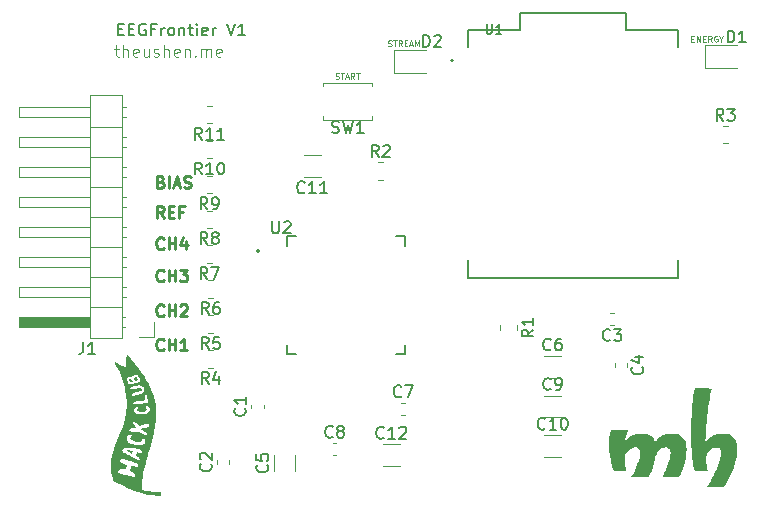
<source format=gbr>
%TF.GenerationSoftware,KiCad,Pcbnew,9.0.3*%
%TF.CreationDate,2026-02-26T20:24:34-03:00*%
%TF.ProjectId,EEGFrontier,45454746-726f-46e7-9469-65722e6b6963,rev?*%
%TF.SameCoordinates,Original*%
%TF.FileFunction,Legend,Top*%
%TF.FilePolarity,Positive*%
%FSLAX46Y46*%
G04 Gerber Fmt 4.6, Leading zero omitted, Abs format (unit mm)*
G04 Created by KiCad (PCBNEW 9.0.3) date 2026-02-26 20:24:34*
%MOMM*%
%LPD*%
G01*
G04 APERTURE LIST*
%ADD10C,0.250000*%
%ADD11C,0.080000*%
%ADD12C,0.100000*%
%ADD13C,0.200000*%
%ADD14C,0.150000*%
%ADD15C,0.120000*%
%ADD16C,0.000000*%
%ADD17C,0.127000*%
G04 APERTURE END LIST*
D10*
X111960901Y-75465809D02*
X112103758Y-75513428D01*
X112103758Y-75513428D02*
X112151377Y-75561047D01*
X112151377Y-75561047D02*
X112198996Y-75656285D01*
X112198996Y-75656285D02*
X112198996Y-75799142D01*
X112198996Y-75799142D02*
X112151377Y-75894380D01*
X112151377Y-75894380D02*
X112103758Y-75942000D01*
X112103758Y-75942000D02*
X112008520Y-75989619D01*
X112008520Y-75989619D02*
X111627568Y-75989619D01*
X111627568Y-75989619D02*
X111627568Y-74989619D01*
X111627568Y-74989619D02*
X111960901Y-74989619D01*
X111960901Y-74989619D02*
X112056139Y-75037238D01*
X112056139Y-75037238D02*
X112103758Y-75084857D01*
X112103758Y-75084857D02*
X112151377Y-75180095D01*
X112151377Y-75180095D02*
X112151377Y-75275333D01*
X112151377Y-75275333D02*
X112103758Y-75370571D01*
X112103758Y-75370571D02*
X112056139Y-75418190D01*
X112056139Y-75418190D02*
X111960901Y-75465809D01*
X111960901Y-75465809D02*
X111627568Y-75465809D01*
X112627568Y-75989619D02*
X112627568Y-74989619D01*
X113056139Y-75703904D02*
X113532329Y-75703904D01*
X112960901Y-75989619D02*
X113294234Y-74989619D01*
X113294234Y-74989619D02*
X113627567Y-75989619D01*
X113913282Y-75942000D02*
X114056139Y-75989619D01*
X114056139Y-75989619D02*
X114294234Y-75989619D01*
X114294234Y-75989619D02*
X114389472Y-75942000D01*
X114389472Y-75942000D02*
X114437091Y-75894380D01*
X114437091Y-75894380D02*
X114484710Y-75799142D01*
X114484710Y-75799142D02*
X114484710Y-75703904D01*
X114484710Y-75703904D02*
X114437091Y-75608666D01*
X114437091Y-75608666D02*
X114389472Y-75561047D01*
X114389472Y-75561047D02*
X114294234Y-75513428D01*
X114294234Y-75513428D02*
X114103758Y-75465809D01*
X114103758Y-75465809D02*
X114008520Y-75418190D01*
X114008520Y-75418190D02*
X113960901Y-75370571D01*
X113960901Y-75370571D02*
X113913282Y-75275333D01*
X113913282Y-75275333D02*
X113913282Y-75180095D01*
X113913282Y-75180095D02*
X113960901Y-75084857D01*
X113960901Y-75084857D02*
X114008520Y-75037238D01*
X114008520Y-75037238D02*
X114103758Y-74989619D01*
X114103758Y-74989619D02*
X114341853Y-74989619D01*
X114341853Y-74989619D02*
X114484710Y-75037238D01*
D11*
X126761906Y-66753340D02*
X126833334Y-66777149D01*
X126833334Y-66777149D02*
X126952382Y-66777149D01*
X126952382Y-66777149D02*
X127000001Y-66753340D01*
X127000001Y-66753340D02*
X127023810Y-66729530D01*
X127023810Y-66729530D02*
X127047620Y-66681911D01*
X127047620Y-66681911D02*
X127047620Y-66634292D01*
X127047620Y-66634292D02*
X127023810Y-66586673D01*
X127023810Y-66586673D02*
X127000001Y-66562863D01*
X127000001Y-66562863D02*
X126952382Y-66539054D01*
X126952382Y-66539054D02*
X126857144Y-66515244D01*
X126857144Y-66515244D02*
X126809525Y-66491435D01*
X126809525Y-66491435D02*
X126785715Y-66467625D01*
X126785715Y-66467625D02*
X126761906Y-66420006D01*
X126761906Y-66420006D02*
X126761906Y-66372387D01*
X126761906Y-66372387D02*
X126785715Y-66324768D01*
X126785715Y-66324768D02*
X126809525Y-66300959D01*
X126809525Y-66300959D02*
X126857144Y-66277149D01*
X126857144Y-66277149D02*
X126976191Y-66277149D01*
X126976191Y-66277149D02*
X127047620Y-66300959D01*
X127190477Y-66277149D02*
X127476191Y-66277149D01*
X127333334Y-66777149D02*
X127333334Y-66277149D01*
X127619048Y-66634292D02*
X127857143Y-66634292D01*
X127571429Y-66777149D02*
X127738095Y-66277149D01*
X127738095Y-66277149D02*
X127904762Y-66777149D01*
X128357142Y-66777149D02*
X128190476Y-66539054D01*
X128071428Y-66777149D02*
X128071428Y-66277149D01*
X128071428Y-66277149D02*
X128261904Y-66277149D01*
X128261904Y-66277149D02*
X128309523Y-66300959D01*
X128309523Y-66300959D02*
X128333333Y-66324768D01*
X128333333Y-66324768D02*
X128357142Y-66372387D01*
X128357142Y-66372387D02*
X128357142Y-66443816D01*
X128357142Y-66443816D02*
X128333333Y-66491435D01*
X128333333Y-66491435D02*
X128309523Y-66515244D01*
X128309523Y-66515244D02*
X128261904Y-66539054D01*
X128261904Y-66539054D02*
X128071428Y-66539054D01*
X128500000Y-66277149D02*
X128785714Y-66277149D01*
X128642857Y-66777149D02*
X128642857Y-66277149D01*
D12*
X108036027Y-64230752D02*
X108416979Y-64230752D01*
X108178884Y-63897419D02*
X108178884Y-64754561D01*
X108178884Y-64754561D02*
X108226503Y-64849800D01*
X108226503Y-64849800D02*
X108321741Y-64897419D01*
X108321741Y-64897419D02*
X108416979Y-64897419D01*
X108750313Y-64897419D02*
X108750313Y-63897419D01*
X109178884Y-64897419D02*
X109178884Y-64373609D01*
X109178884Y-64373609D02*
X109131265Y-64278371D01*
X109131265Y-64278371D02*
X109036027Y-64230752D01*
X109036027Y-64230752D02*
X108893170Y-64230752D01*
X108893170Y-64230752D02*
X108797932Y-64278371D01*
X108797932Y-64278371D02*
X108750313Y-64325990D01*
X110036027Y-64849800D02*
X109940789Y-64897419D01*
X109940789Y-64897419D02*
X109750313Y-64897419D01*
X109750313Y-64897419D02*
X109655075Y-64849800D01*
X109655075Y-64849800D02*
X109607456Y-64754561D01*
X109607456Y-64754561D02*
X109607456Y-64373609D01*
X109607456Y-64373609D02*
X109655075Y-64278371D01*
X109655075Y-64278371D02*
X109750313Y-64230752D01*
X109750313Y-64230752D02*
X109940789Y-64230752D01*
X109940789Y-64230752D02*
X110036027Y-64278371D01*
X110036027Y-64278371D02*
X110083646Y-64373609D01*
X110083646Y-64373609D02*
X110083646Y-64468847D01*
X110083646Y-64468847D02*
X109607456Y-64564085D01*
X110940789Y-64230752D02*
X110940789Y-64897419D01*
X110512218Y-64230752D02*
X110512218Y-64754561D01*
X110512218Y-64754561D02*
X110559837Y-64849800D01*
X110559837Y-64849800D02*
X110655075Y-64897419D01*
X110655075Y-64897419D02*
X110797932Y-64897419D01*
X110797932Y-64897419D02*
X110893170Y-64849800D01*
X110893170Y-64849800D02*
X110940789Y-64802180D01*
X111369361Y-64849800D02*
X111464599Y-64897419D01*
X111464599Y-64897419D02*
X111655075Y-64897419D01*
X111655075Y-64897419D02*
X111750313Y-64849800D01*
X111750313Y-64849800D02*
X111797932Y-64754561D01*
X111797932Y-64754561D02*
X111797932Y-64706942D01*
X111797932Y-64706942D02*
X111750313Y-64611704D01*
X111750313Y-64611704D02*
X111655075Y-64564085D01*
X111655075Y-64564085D02*
X111512218Y-64564085D01*
X111512218Y-64564085D02*
X111416980Y-64516466D01*
X111416980Y-64516466D02*
X111369361Y-64421228D01*
X111369361Y-64421228D02*
X111369361Y-64373609D01*
X111369361Y-64373609D02*
X111416980Y-64278371D01*
X111416980Y-64278371D02*
X111512218Y-64230752D01*
X111512218Y-64230752D02*
X111655075Y-64230752D01*
X111655075Y-64230752D02*
X111750313Y-64278371D01*
X112226504Y-64897419D02*
X112226504Y-63897419D01*
X112655075Y-64897419D02*
X112655075Y-64373609D01*
X112655075Y-64373609D02*
X112607456Y-64278371D01*
X112607456Y-64278371D02*
X112512218Y-64230752D01*
X112512218Y-64230752D02*
X112369361Y-64230752D01*
X112369361Y-64230752D02*
X112274123Y-64278371D01*
X112274123Y-64278371D02*
X112226504Y-64325990D01*
X113512218Y-64849800D02*
X113416980Y-64897419D01*
X113416980Y-64897419D02*
X113226504Y-64897419D01*
X113226504Y-64897419D02*
X113131266Y-64849800D01*
X113131266Y-64849800D02*
X113083647Y-64754561D01*
X113083647Y-64754561D02*
X113083647Y-64373609D01*
X113083647Y-64373609D02*
X113131266Y-64278371D01*
X113131266Y-64278371D02*
X113226504Y-64230752D01*
X113226504Y-64230752D02*
X113416980Y-64230752D01*
X113416980Y-64230752D02*
X113512218Y-64278371D01*
X113512218Y-64278371D02*
X113559837Y-64373609D01*
X113559837Y-64373609D02*
X113559837Y-64468847D01*
X113559837Y-64468847D02*
X113083647Y-64564085D01*
X113988409Y-64230752D02*
X113988409Y-64897419D01*
X113988409Y-64325990D02*
X114036028Y-64278371D01*
X114036028Y-64278371D02*
X114131266Y-64230752D01*
X114131266Y-64230752D02*
X114274123Y-64230752D01*
X114274123Y-64230752D02*
X114369361Y-64278371D01*
X114369361Y-64278371D02*
X114416980Y-64373609D01*
X114416980Y-64373609D02*
X114416980Y-64897419D01*
X114893171Y-64802180D02*
X114940790Y-64849800D01*
X114940790Y-64849800D02*
X114893171Y-64897419D01*
X114893171Y-64897419D02*
X114845552Y-64849800D01*
X114845552Y-64849800D02*
X114893171Y-64802180D01*
X114893171Y-64802180D02*
X114893171Y-64897419D01*
X115369361Y-64897419D02*
X115369361Y-64230752D01*
X115369361Y-64325990D02*
X115416980Y-64278371D01*
X115416980Y-64278371D02*
X115512218Y-64230752D01*
X115512218Y-64230752D02*
X115655075Y-64230752D01*
X115655075Y-64230752D02*
X115750313Y-64278371D01*
X115750313Y-64278371D02*
X115797932Y-64373609D01*
X115797932Y-64373609D02*
X115797932Y-64897419D01*
X115797932Y-64373609D02*
X115845551Y-64278371D01*
X115845551Y-64278371D02*
X115940789Y-64230752D01*
X115940789Y-64230752D02*
X116083646Y-64230752D01*
X116083646Y-64230752D02*
X116178885Y-64278371D01*
X116178885Y-64278371D02*
X116226504Y-64373609D01*
X116226504Y-64373609D02*
X116226504Y-64897419D01*
X117083646Y-64849800D02*
X116988408Y-64897419D01*
X116988408Y-64897419D02*
X116797932Y-64897419D01*
X116797932Y-64897419D02*
X116702694Y-64849800D01*
X116702694Y-64849800D02*
X116655075Y-64754561D01*
X116655075Y-64754561D02*
X116655075Y-64373609D01*
X116655075Y-64373609D02*
X116702694Y-64278371D01*
X116702694Y-64278371D02*
X116797932Y-64230752D01*
X116797932Y-64230752D02*
X116988408Y-64230752D01*
X116988408Y-64230752D02*
X117083646Y-64278371D01*
X117083646Y-64278371D02*
X117131265Y-64373609D01*
X117131265Y-64373609D02*
X117131265Y-64468847D01*
X117131265Y-64468847D02*
X116655075Y-64564085D01*
D13*
X108344673Y-62568409D02*
X108678006Y-62568409D01*
X108820863Y-63092219D02*
X108344673Y-63092219D01*
X108344673Y-63092219D02*
X108344673Y-62092219D01*
X108344673Y-62092219D02*
X108820863Y-62092219D01*
X109249435Y-62568409D02*
X109582768Y-62568409D01*
X109725625Y-63092219D02*
X109249435Y-63092219D01*
X109249435Y-63092219D02*
X109249435Y-62092219D01*
X109249435Y-62092219D02*
X109725625Y-62092219D01*
X110678006Y-62139838D02*
X110582768Y-62092219D01*
X110582768Y-62092219D02*
X110439911Y-62092219D01*
X110439911Y-62092219D02*
X110297054Y-62139838D01*
X110297054Y-62139838D02*
X110201816Y-62235076D01*
X110201816Y-62235076D02*
X110154197Y-62330314D01*
X110154197Y-62330314D02*
X110106578Y-62520790D01*
X110106578Y-62520790D02*
X110106578Y-62663647D01*
X110106578Y-62663647D02*
X110154197Y-62854123D01*
X110154197Y-62854123D02*
X110201816Y-62949361D01*
X110201816Y-62949361D02*
X110297054Y-63044600D01*
X110297054Y-63044600D02*
X110439911Y-63092219D01*
X110439911Y-63092219D02*
X110535149Y-63092219D01*
X110535149Y-63092219D02*
X110678006Y-63044600D01*
X110678006Y-63044600D02*
X110725625Y-62996980D01*
X110725625Y-62996980D02*
X110725625Y-62663647D01*
X110725625Y-62663647D02*
X110535149Y-62663647D01*
X111487530Y-62568409D02*
X111154197Y-62568409D01*
X111154197Y-63092219D02*
X111154197Y-62092219D01*
X111154197Y-62092219D02*
X111630387Y-62092219D01*
X112011340Y-63092219D02*
X112011340Y-62425552D01*
X112011340Y-62616028D02*
X112058959Y-62520790D01*
X112058959Y-62520790D02*
X112106578Y-62473171D01*
X112106578Y-62473171D02*
X112201816Y-62425552D01*
X112201816Y-62425552D02*
X112297054Y-62425552D01*
X112773245Y-63092219D02*
X112678007Y-63044600D01*
X112678007Y-63044600D02*
X112630388Y-62996980D01*
X112630388Y-62996980D02*
X112582769Y-62901742D01*
X112582769Y-62901742D02*
X112582769Y-62616028D01*
X112582769Y-62616028D02*
X112630388Y-62520790D01*
X112630388Y-62520790D02*
X112678007Y-62473171D01*
X112678007Y-62473171D02*
X112773245Y-62425552D01*
X112773245Y-62425552D02*
X112916102Y-62425552D01*
X112916102Y-62425552D02*
X113011340Y-62473171D01*
X113011340Y-62473171D02*
X113058959Y-62520790D01*
X113058959Y-62520790D02*
X113106578Y-62616028D01*
X113106578Y-62616028D02*
X113106578Y-62901742D01*
X113106578Y-62901742D02*
X113058959Y-62996980D01*
X113058959Y-62996980D02*
X113011340Y-63044600D01*
X113011340Y-63044600D02*
X112916102Y-63092219D01*
X112916102Y-63092219D02*
X112773245Y-63092219D01*
X113535150Y-62425552D02*
X113535150Y-63092219D01*
X113535150Y-62520790D02*
X113582769Y-62473171D01*
X113582769Y-62473171D02*
X113678007Y-62425552D01*
X113678007Y-62425552D02*
X113820864Y-62425552D01*
X113820864Y-62425552D02*
X113916102Y-62473171D01*
X113916102Y-62473171D02*
X113963721Y-62568409D01*
X113963721Y-62568409D02*
X113963721Y-63092219D01*
X114297055Y-62425552D02*
X114678007Y-62425552D01*
X114439912Y-62092219D02*
X114439912Y-62949361D01*
X114439912Y-62949361D02*
X114487531Y-63044600D01*
X114487531Y-63044600D02*
X114582769Y-63092219D01*
X114582769Y-63092219D02*
X114678007Y-63092219D01*
X115011341Y-63092219D02*
X115011341Y-62425552D01*
X115011341Y-62092219D02*
X114963722Y-62139838D01*
X114963722Y-62139838D02*
X115011341Y-62187457D01*
X115011341Y-62187457D02*
X115058960Y-62139838D01*
X115058960Y-62139838D02*
X115011341Y-62092219D01*
X115011341Y-62092219D02*
X115011341Y-62187457D01*
X115868483Y-63044600D02*
X115773245Y-63092219D01*
X115773245Y-63092219D02*
X115582769Y-63092219D01*
X115582769Y-63092219D02*
X115487531Y-63044600D01*
X115487531Y-63044600D02*
X115439912Y-62949361D01*
X115439912Y-62949361D02*
X115439912Y-62568409D01*
X115439912Y-62568409D02*
X115487531Y-62473171D01*
X115487531Y-62473171D02*
X115582769Y-62425552D01*
X115582769Y-62425552D02*
X115773245Y-62425552D01*
X115773245Y-62425552D02*
X115868483Y-62473171D01*
X115868483Y-62473171D02*
X115916102Y-62568409D01*
X115916102Y-62568409D02*
X115916102Y-62663647D01*
X115916102Y-62663647D02*
X115439912Y-62758885D01*
X116344674Y-63092219D02*
X116344674Y-62425552D01*
X116344674Y-62616028D02*
X116392293Y-62520790D01*
X116392293Y-62520790D02*
X116439912Y-62473171D01*
X116439912Y-62473171D02*
X116535150Y-62425552D01*
X116535150Y-62425552D02*
X116630388Y-62425552D01*
X117582770Y-62092219D02*
X117916103Y-63092219D01*
X117916103Y-63092219D02*
X118249436Y-62092219D01*
X119106579Y-63092219D02*
X118535151Y-63092219D01*
X118820865Y-63092219D02*
X118820865Y-62092219D01*
X118820865Y-62092219D02*
X118725627Y-62235076D01*
X118725627Y-62235076D02*
X118630389Y-62330314D01*
X118630389Y-62330314D02*
X118535151Y-62377933D01*
D11*
X131215477Y-63978340D02*
X131286905Y-64002149D01*
X131286905Y-64002149D02*
X131405953Y-64002149D01*
X131405953Y-64002149D02*
X131453572Y-63978340D01*
X131453572Y-63978340D02*
X131477381Y-63954530D01*
X131477381Y-63954530D02*
X131501191Y-63906911D01*
X131501191Y-63906911D02*
X131501191Y-63859292D01*
X131501191Y-63859292D02*
X131477381Y-63811673D01*
X131477381Y-63811673D02*
X131453572Y-63787863D01*
X131453572Y-63787863D02*
X131405953Y-63764054D01*
X131405953Y-63764054D02*
X131310715Y-63740244D01*
X131310715Y-63740244D02*
X131263096Y-63716435D01*
X131263096Y-63716435D02*
X131239286Y-63692625D01*
X131239286Y-63692625D02*
X131215477Y-63645006D01*
X131215477Y-63645006D02*
X131215477Y-63597387D01*
X131215477Y-63597387D02*
X131239286Y-63549768D01*
X131239286Y-63549768D02*
X131263096Y-63525959D01*
X131263096Y-63525959D02*
X131310715Y-63502149D01*
X131310715Y-63502149D02*
X131429762Y-63502149D01*
X131429762Y-63502149D02*
X131501191Y-63525959D01*
X131644048Y-63502149D02*
X131929762Y-63502149D01*
X131786905Y-64002149D02*
X131786905Y-63502149D01*
X132382142Y-64002149D02*
X132215476Y-63764054D01*
X132096428Y-64002149D02*
X132096428Y-63502149D01*
X132096428Y-63502149D02*
X132286904Y-63502149D01*
X132286904Y-63502149D02*
X132334523Y-63525959D01*
X132334523Y-63525959D02*
X132358333Y-63549768D01*
X132358333Y-63549768D02*
X132382142Y-63597387D01*
X132382142Y-63597387D02*
X132382142Y-63668816D01*
X132382142Y-63668816D02*
X132358333Y-63716435D01*
X132358333Y-63716435D02*
X132334523Y-63740244D01*
X132334523Y-63740244D02*
X132286904Y-63764054D01*
X132286904Y-63764054D02*
X132096428Y-63764054D01*
X132596428Y-63740244D02*
X132763095Y-63740244D01*
X132834523Y-64002149D02*
X132596428Y-64002149D01*
X132596428Y-64002149D02*
X132596428Y-63502149D01*
X132596428Y-63502149D02*
X132834523Y-63502149D01*
X133025000Y-63859292D02*
X133263095Y-63859292D01*
X132977381Y-64002149D02*
X133144047Y-63502149D01*
X133144047Y-63502149D02*
X133310714Y-64002149D01*
X133477380Y-64002149D02*
X133477380Y-63502149D01*
X133477380Y-63502149D02*
X133644047Y-63859292D01*
X133644047Y-63859292D02*
X133810713Y-63502149D01*
X133810713Y-63502149D02*
X133810713Y-64002149D01*
X156890476Y-63365244D02*
X157057143Y-63365244D01*
X157128571Y-63627149D02*
X156890476Y-63627149D01*
X156890476Y-63627149D02*
X156890476Y-63127149D01*
X156890476Y-63127149D02*
X157128571Y-63127149D01*
X157342857Y-63627149D02*
X157342857Y-63127149D01*
X157342857Y-63127149D02*
X157628571Y-63627149D01*
X157628571Y-63627149D02*
X157628571Y-63127149D01*
X157866667Y-63365244D02*
X158033334Y-63365244D01*
X158104762Y-63627149D02*
X157866667Y-63627149D01*
X157866667Y-63627149D02*
X157866667Y-63127149D01*
X157866667Y-63127149D02*
X158104762Y-63127149D01*
X158604762Y-63627149D02*
X158438096Y-63389054D01*
X158319048Y-63627149D02*
X158319048Y-63127149D01*
X158319048Y-63127149D02*
X158509524Y-63127149D01*
X158509524Y-63127149D02*
X158557143Y-63150959D01*
X158557143Y-63150959D02*
X158580953Y-63174768D01*
X158580953Y-63174768D02*
X158604762Y-63222387D01*
X158604762Y-63222387D02*
X158604762Y-63293816D01*
X158604762Y-63293816D02*
X158580953Y-63341435D01*
X158580953Y-63341435D02*
X158557143Y-63365244D01*
X158557143Y-63365244D02*
X158509524Y-63389054D01*
X158509524Y-63389054D02*
X158319048Y-63389054D01*
X159080953Y-63150959D02*
X159033334Y-63127149D01*
X159033334Y-63127149D02*
X158961905Y-63127149D01*
X158961905Y-63127149D02*
X158890477Y-63150959D01*
X158890477Y-63150959D02*
X158842858Y-63198578D01*
X158842858Y-63198578D02*
X158819048Y-63246197D01*
X158819048Y-63246197D02*
X158795239Y-63341435D01*
X158795239Y-63341435D02*
X158795239Y-63412863D01*
X158795239Y-63412863D02*
X158819048Y-63508101D01*
X158819048Y-63508101D02*
X158842858Y-63555720D01*
X158842858Y-63555720D02*
X158890477Y-63603340D01*
X158890477Y-63603340D02*
X158961905Y-63627149D01*
X158961905Y-63627149D02*
X159009524Y-63627149D01*
X159009524Y-63627149D02*
X159080953Y-63603340D01*
X159080953Y-63603340D02*
X159104762Y-63579530D01*
X159104762Y-63579530D02*
X159104762Y-63412863D01*
X159104762Y-63412863D02*
X159009524Y-63412863D01*
X159414286Y-63389054D02*
X159414286Y-63627149D01*
X159247620Y-63127149D02*
X159414286Y-63389054D01*
X159414286Y-63389054D02*
X159580953Y-63127149D01*
D10*
X112198996Y-78539619D02*
X111865663Y-78063428D01*
X111627568Y-78539619D02*
X111627568Y-77539619D01*
X111627568Y-77539619D02*
X112008520Y-77539619D01*
X112008520Y-77539619D02*
X112103758Y-77587238D01*
X112103758Y-77587238D02*
X112151377Y-77634857D01*
X112151377Y-77634857D02*
X112198996Y-77730095D01*
X112198996Y-77730095D02*
X112198996Y-77872952D01*
X112198996Y-77872952D02*
X112151377Y-77968190D01*
X112151377Y-77968190D02*
X112103758Y-78015809D01*
X112103758Y-78015809D02*
X112008520Y-78063428D01*
X112008520Y-78063428D02*
X111627568Y-78063428D01*
X112627568Y-78015809D02*
X112960901Y-78015809D01*
X113103758Y-78539619D02*
X112627568Y-78539619D01*
X112627568Y-78539619D02*
X112627568Y-77539619D01*
X112627568Y-77539619D02*
X113103758Y-77539619D01*
X113865663Y-78015809D02*
X113532330Y-78015809D01*
X113532330Y-78539619D02*
X113532330Y-77539619D01*
X113532330Y-77539619D02*
X114008520Y-77539619D01*
X112198996Y-81094380D02*
X112151377Y-81142000D01*
X112151377Y-81142000D02*
X112008520Y-81189619D01*
X112008520Y-81189619D02*
X111913282Y-81189619D01*
X111913282Y-81189619D02*
X111770425Y-81142000D01*
X111770425Y-81142000D02*
X111675187Y-81046761D01*
X111675187Y-81046761D02*
X111627568Y-80951523D01*
X111627568Y-80951523D02*
X111579949Y-80761047D01*
X111579949Y-80761047D02*
X111579949Y-80618190D01*
X111579949Y-80618190D02*
X111627568Y-80427714D01*
X111627568Y-80427714D02*
X111675187Y-80332476D01*
X111675187Y-80332476D02*
X111770425Y-80237238D01*
X111770425Y-80237238D02*
X111913282Y-80189619D01*
X111913282Y-80189619D02*
X112008520Y-80189619D01*
X112008520Y-80189619D02*
X112151377Y-80237238D01*
X112151377Y-80237238D02*
X112198996Y-80284857D01*
X112627568Y-81189619D02*
X112627568Y-80189619D01*
X112627568Y-80665809D02*
X113198996Y-80665809D01*
X113198996Y-81189619D02*
X113198996Y-80189619D01*
X114103758Y-80522952D02*
X114103758Y-81189619D01*
X113865663Y-80142000D02*
X113627568Y-80856285D01*
X113627568Y-80856285D02*
X114246615Y-80856285D01*
X112198996Y-83819380D02*
X112151377Y-83867000D01*
X112151377Y-83867000D02*
X112008520Y-83914619D01*
X112008520Y-83914619D02*
X111913282Y-83914619D01*
X111913282Y-83914619D02*
X111770425Y-83867000D01*
X111770425Y-83867000D02*
X111675187Y-83771761D01*
X111675187Y-83771761D02*
X111627568Y-83676523D01*
X111627568Y-83676523D02*
X111579949Y-83486047D01*
X111579949Y-83486047D02*
X111579949Y-83343190D01*
X111579949Y-83343190D02*
X111627568Y-83152714D01*
X111627568Y-83152714D02*
X111675187Y-83057476D01*
X111675187Y-83057476D02*
X111770425Y-82962238D01*
X111770425Y-82962238D02*
X111913282Y-82914619D01*
X111913282Y-82914619D02*
X112008520Y-82914619D01*
X112008520Y-82914619D02*
X112151377Y-82962238D01*
X112151377Y-82962238D02*
X112198996Y-83009857D01*
X112627568Y-83914619D02*
X112627568Y-82914619D01*
X112627568Y-83390809D02*
X113198996Y-83390809D01*
X113198996Y-83914619D02*
X113198996Y-82914619D01*
X113579949Y-82914619D02*
X114198996Y-82914619D01*
X114198996Y-82914619D02*
X113865663Y-83295571D01*
X113865663Y-83295571D02*
X114008520Y-83295571D01*
X114008520Y-83295571D02*
X114103758Y-83343190D01*
X114103758Y-83343190D02*
X114151377Y-83390809D01*
X114151377Y-83390809D02*
X114198996Y-83486047D01*
X114198996Y-83486047D02*
X114198996Y-83724142D01*
X114198996Y-83724142D02*
X114151377Y-83819380D01*
X114151377Y-83819380D02*
X114103758Y-83867000D01*
X114103758Y-83867000D02*
X114008520Y-83914619D01*
X114008520Y-83914619D02*
X113722806Y-83914619D01*
X113722806Y-83914619D02*
X113627568Y-83867000D01*
X113627568Y-83867000D02*
X113579949Y-83819380D01*
X112198996Y-86769380D02*
X112151377Y-86817000D01*
X112151377Y-86817000D02*
X112008520Y-86864619D01*
X112008520Y-86864619D02*
X111913282Y-86864619D01*
X111913282Y-86864619D02*
X111770425Y-86817000D01*
X111770425Y-86817000D02*
X111675187Y-86721761D01*
X111675187Y-86721761D02*
X111627568Y-86626523D01*
X111627568Y-86626523D02*
X111579949Y-86436047D01*
X111579949Y-86436047D02*
X111579949Y-86293190D01*
X111579949Y-86293190D02*
X111627568Y-86102714D01*
X111627568Y-86102714D02*
X111675187Y-86007476D01*
X111675187Y-86007476D02*
X111770425Y-85912238D01*
X111770425Y-85912238D02*
X111913282Y-85864619D01*
X111913282Y-85864619D02*
X112008520Y-85864619D01*
X112008520Y-85864619D02*
X112151377Y-85912238D01*
X112151377Y-85912238D02*
X112198996Y-85959857D01*
X112627568Y-86864619D02*
X112627568Y-85864619D01*
X112627568Y-86340809D02*
X113198996Y-86340809D01*
X113198996Y-86864619D02*
X113198996Y-85864619D01*
X113627568Y-85959857D02*
X113675187Y-85912238D01*
X113675187Y-85912238D02*
X113770425Y-85864619D01*
X113770425Y-85864619D02*
X114008520Y-85864619D01*
X114008520Y-85864619D02*
X114103758Y-85912238D01*
X114103758Y-85912238D02*
X114151377Y-85959857D01*
X114151377Y-85959857D02*
X114198996Y-86055095D01*
X114198996Y-86055095D02*
X114198996Y-86150333D01*
X114198996Y-86150333D02*
X114151377Y-86293190D01*
X114151377Y-86293190D02*
X113579949Y-86864619D01*
X113579949Y-86864619D02*
X114198996Y-86864619D01*
X112198996Y-89669380D02*
X112151377Y-89717000D01*
X112151377Y-89717000D02*
X112008520Y-89764619D01*
X112008520Y-89764619D02*
X111913282Y-89764619D01*
X111913282Y-89764619D02*
X111770425Y-89717000D01*
X111770425Y-89717000D02*
X111675187Y-89621761D01*
X111675187Y-89621761D02*
X111627568Y-89526523D01*
X111627568Y-89526523D02*
X111579949Y-89336047D01*
X111579949Y-89336047D02*
X111579949Y-89193190D01*
X111579949Y-89193190D02*
X111627568Y-89002714D01*
X111627568Y-89002714D02*
X111675187Y-88907476D01*
X111675187Y-88907476D02*
X111770425Y-88812238D01*
X111770425Y-88812238D02*
X111913282Y-88764619D01*
X111913282Y-88764619D02*
X112008520Y-88764619D01*
X112008520Y-88764619D02*
X112151377Y-88812238D01*
X112151377Y-88812238D02*
X112198996Y-88859857D01*
X112627568Y-89764619D02*
X112627568Y-88764619D01*
X112627568Y-89240809D02*
X113198996Y-89240809D01*
X113198996Y-89764619D02*
X113198996Y-88764619D01*
X114198996Y-89764619D02*
X113627568Y-89764619D01*
X113913282Y-89764619D02*
X113913282Y-88764619D01*
X113913282Y-88764619D02*
X113818044Y-88907476D01*
X113818044Y-88907476D02*
X113722806Y-89002714D01*
X113722806Y-89002714D02*
X113627568Y-89050333D01*
D14*
X105381666Y-89059819D02*
X105381666Y-89774104D01*
X105381666Y-89774104D02*
X105334047Y-89916961D01*
X105334047Y-89916961D02*
X105238809Y-90012200D01*
X105238809Y-90012200D02*
X105095952Y-90059819D01*
X105095952Y-90059819D02*
X105000714Y-90059819D01*
X106381666Y-90059819D02*
X105810238Y-90059819D01*
X106095952Y-90059819D02*
X106095952Y-89059819D01*
X106095952Y-89059819D02*
X106000714Y-89202676D01*
X106000714Y-89202676D02*
X105905476Y-89297914D01*
X105905476Y-89297914D02*
X105810238Y-89345533D01*
X119079580Y-94666666D02*
X119127200Y-94714285D01*
X119127200Y-94714285D02*
X119174819Y-94857142D01*
X119174819Y-94857142D02*
X119174819Y-94952380D01*
X119174819Y-94952380D02*
X119127200Y-95095237D01*
X119127200Y-95095237D02*
X119031961Y-95190475D01*
X119031961Y-95190475D02*
X118936723Y-95238094D01*
X118936723Y-95238094D02*
X118746247Y-95285713D01*
X118746247Y-95285713D02*
X118603390Y-95285713D01*
X118603390Y-95285713D02*
X118412914Y-95238094D01*
X118412914Y-95238094D02*
X118317676Y-95190475D01*
X118317676Y-95190475D02*
X118222438Y-95095237D01*
X118222438Y-95095237D02*
X118174819Y-94952380D01*
X118174819Y-94952380D02*
X118174819Y-94857142D01*
X118174819Y-94857142D02*
X118222438Y-94714285D01*
X118222438Y-94714285D02*
X118270057Y-94666666D01*
X119174819Y-93714285D02*
X119174819Y-94285713D01*
X119174819Y-93999999D02*
X118174819Y-93999999D01*
X118174819Y-93999999D02*
X118317676Y-94095237D01*
X118317676Y-94095237D02*
X118412914Y-94190475D01*
X118412914Y-94190475D02*
X118460533Y-94285713D01*
X121388095Y-78829819D02*
X121388095Y-79639342D01*
X121388095Y-79639342D02*
X121435714Y-79734580D01*
X121435714Y-79734580D02*
X121483333Y-79782200D01*
X121483333Y-79782200D02*
X121578571Y-79829819D01*
X121578571Y-79829819D02*
X121769047Y-79829819D01*
X121769047Y-79829819D02*
X121864285Y-79782200D01*
X121864285Y-79782200D02*
X121911904Y-79734580D01*
X121911904Y-79734580D02*
X121959523Y-79639342D01*
X121959523Y-79639342D02*
X121959523Y-78829819D01*
X122388095Y-78925057D02*
X122435714Y-78877438D01*
X122435714Y-78877438D02*
X122530952Y-78829819D01*
X122530952Y-78829819D02*
X122769047Y-78829819D01*
X122769047Y-78829819D02*
X122864285Y-78877438D01*
X122864285Y-78877438D02*
X122911904Y-78925057D01*
X122911904Y-78925057D02*
X122959523Y-79020295D01*
X122959523Y-79020295D02*
X122959523Y-79115533D01*
X122959523Y-79115533D02*
X122911904Y-79258390D01*
X122911904Y-79258390D02*
X122340476Y-79829819D01*
X122340476Y-79829819D02*
X122959523Y-79829819D01*
X139540476Y-62162295D02*
X139540476Y-62809914D01*
X139540476Y-62809914D02*
X139578571Y-62886104D01*
X139578571Y-62886104D02*
X139616666Y-62924200D01*
X139616666Y-62924200D02*
X139692857Y-62962295D01*
X139692857Y-62962295D02*
X139845238Y-62962295D01*
X139845238Y-62962295D02*
X139921428Y-62924200D01*
X139921428Y-62924200D02*
X139959523Y-62886104D01*
X139959523Y-62886104D02*
X139997619Y-62809914D01*
X139997619Y-62809914D02*
X139997619Y-62162295D01*
X140797618Y-62962295D02*
X140340475Y-62962295D01*
X140569047Y-62962295D02*
X140569047Y-62162295D01*
X140569047Y-62162295D02*
X140492856Y-62276580D01*
X140492856Y-62276580D02*
X140416666Y-62352771D01*
X140416666Y-62352771D02*
X140340475Y-62390866D01*
X126466667Y-71307200D02*
X126609524Y-71354819D01*
X126609524Y-71354819D02*
X126847619Y-71354819D01*
X126847619Y-71354819D02*
X126942857Y-71307200D01*
X126942857Y-71307200D02*
X126990476Y-71259580D01*
X126990476Y-71259580D02*
X127038095Y-71164342D01*
X127038095Y-71164342D02*
X127038095Y-71069104D01*
X127038095Y-71069104D02*
X126990476Y-70973866D01*
X126990476Y-70973866D02*
X126942857Y-70926247D01*
X126942857Y-70926247D02*
X126847619Y-70878628D01*
X126847619Y-70878628D02*
X126657143Y-70831009D01*
X126657143Y-70831009D02*
X126561905Y-70783390D01*
X126561905Y-70783390D02*
X126514286Y-70735771D01*
X126514286Y-70735771D02*
X126466667Y-70640533D01*
X126466667Y-70640533D02*
X126466667Y-70545295D01*
X126466667Y-70545295D02*
X126514286Y-70450057D01*
X126514286Y-70450057D02*
X126561905Y-70402438D01*
X126561905Y-70402438D02*
X126657143Y-70354819D01*
X126657143Y-70354819D02*
X126895238Y-70354819D01*
X126895238Y-70354819D02*
X127038095Y-70402438D01*
X127371429Y-70354819D02*
X127609524Y-71354819D01*
X127609524Y-71354819D02*
X127800000Y-70640533D01*
X127800000Y-70640533D02*
X127990476Y-71354819D01*
X127990476Y-71354819D02*
X128228572Y-70354819D01*
X129133333Y-71354819D02*
X128561905Y-71354819D01*
X128847619Y-71354819D02*
X128847619Y-70354819D01*
X128847619Y-70354819D02*
X128752381Y-70497676D01*
X128752381Y-70497676D02*
X128657143Y-70592914D01*
X128657143Y-70592914D02*
X128561905Y-70640533D01*
X115419642Y-71904819D02*
X115086309Y-71428628D01*
X114848214Y-71904819D02*
X114848214Y-70904819D01*
X114848214Y-70904819D02*
X115229166Y-70904819D01*
X115229166Y-70904819D02*
X115324404Y-70952438D01*
X115324404Y-70952438D02*
X115372023Y-71000057D01*
X115372023Y-71000057D02*
X115419642Y-71095295D01*
X115419642Y-71095295D02*
X115419642Y-71238152D01*
X115419642Y-71238152D02*
X115372023Y-71333390D01*
X115372023Y-71333390D02*
X115324404Y-71381009D01*
X115324404Y-71381009D02*
X115229166Y-71428628D01*
X115229166Y-71428628D02*
X114848214Y-71428628D01*
X116372023Y-71904819D02*
X115800595Y-71904819D01*
X116086309Y-71904819D02*
X116086309Y-70904819D01*
X116086309Y-70904819D02*
X115991071Y-71047676D01*
X115991071Y-71047676D02*
X115895833Y-71142914D01*
X115895833Y-71142914D02*
X115800595Y-71190533D01*
X117324404Y-71904819D02*
X116752976Y-71904819D01*
X117038690Y-71904819D02*
X117038690Y-70904819D01*
X117038690Y-70904819D02*
X116943452Y-71047676D01*
X116943452Y-71047676D02*
X116848214Y-71142914D01*
X116848214Y-71142914D02*
X116752976Y-71190533D01*
X115419642Y-74854819D02*
X115086309Y-74378628D01*
X114848214Y-74854819D02*
X114848214Y-73854819D01*
X114848214Y-73854819D02*
X115229166Y-73854819D01*
X115229166Y-73854819D02*
X115324404Y-73902438D01*
X115324404Y-73902438D02*
X115372023Y-73950057D01*
X115372023Y-73950057D02*
X115419642Y-74045295D01*
X115419642Y-74045295D02*
X115419642Y-74188152D01*
X115419642Y-74188152D02*
X115372023Y-74283390D01*
X115372023Y-74283390D02*
X115324404Y-74331009D01*
X115324404Y-74331009D02*
X115229166Y-74378628D01*
X115229166Y-74378628D02*
X114848214Y-74378628D01*
X116372023Y-74854819D02*
X115800595Y-74854819D01*
X116086309Y-74854819D02*
X116086309Y-73854819D01*
X116086309Y-73854819D02*
X115991071Y-73997676D01*
X115991071Y-73997676D02*
X115895833Y-74092914D01*
X115895833Y-74092914D02*
X115800595Y-74140533D01*
X116991071Y-73854819D02*
X117086309Y-73854819D01*
X117086309Y-73854819D02*
X117181547Y-73902438D01*
X117181547Y-73902438D02*
X117229166Y-73950057D01*
X117229166Y-73950057D02*
X117276785Y-74045295D01*
X117276785Y-74045295D02*
X117324404Y-74235771D01*
X117324404Y-74235771D02*
X117324404Y-74473866D01*
X117324404Y-74473866D02*
X117276785Y-74664342D01*
X117276785Y-74664342D02*
X117229166Y-74759580D01*
X117229166Y-74759580D02*
X117181547Y-74807200D01*
X117181547Y-74807200D02*
X117086309Y-74854819D01*
X117086309Y-74854819D02*
X116991071Y-74854819D01*
X116991071Y-74854819D02*
X116895833Y-74807200D01*
X116895833Y-74807200D02*
X116848214Y-74759580D01*
X116848214Y-74759580D02*
X116800595Y-74664342D01*
X116800595Y-74664342D02*
X116752976Y-74473866D01*
X116752976Y-74473866D02*
X116752976Y-74235771D01*
X116752976Y-74235771D02*
X116800595Y-74045295D01*
X116800595Y-74045295D02*
X116848214Y-73950057D01*
X116848214Y-73950057D02*
X116895833Y-73902438D01*
X116895833Y-73902438D02*
X116991071Y-73854819D01*
X115895833Y-77804819D02*
X115562500Y-77328628D01*
X115324405Y-77804819D02*
X115324405Y-76804819D01*
X115324405Y-76804819D02*
X115705357Y-76804819D01*
X115705357Y-76804819D02*
X115800595Y-76852438D01*
X115800595Y-76852438D02*
X115848214Y-76900057D01*
X115848214Y-76900057D02*
X115895833Y-76995295D01*
X115895833Y-76995295D02*
X115895833Y-77138152D01*
X115895833Y-77138152D02*
X115848214Y-77233390D01*
X115848214Y-77233390D02*
X115800595Y-77281009D01*
X115800595Y-77281009D02*
X115705357Y-77328628D01*
X115705357Y-77328628D02*
X115324405Y-77328628D01*
X116372024Y-77804819D02*
X116562500Y-77804819D01*
X116562500Y-77804819D02*
X116657738Y-77757200D01*
X116657738Y-77757200D02*
X116705357Y-77709580D01*
X116705357Y-77709580D02*
X116800595Y-77566723D01*
X116800595Y-77566723D02*
X116848214Y-77376247D01*
X116848214Y-77376247D02*
X116848214Y-76995295D01*
X116848214Y-76995295D02*
X116800595Y-76900057D01*
X116800595Y-76900057D02*
X116752976Y-76852438D01*
X116752976Y-76852438D02*
X116657738Y-76804819D01*
X116657738Y-76804819D02*
X116467262Y-76804819D01*
X116467262Y-76804819D02*
X116372024Y-76852438D01*
X116372024Y-76852438D02*
X116324405Y-76900057D01*
X116324405Y-76900057D02*
X116276786Y-76995295D01*
X116276786Y-76995295D02*
X116276786Y-77233390D01*
X116276786Y-77233390D02*
X116324405Y-77328628D01*
X116324405Y-77328628D02*
X116372024Y-77376247D01*
X116372024Y-77376247D02*
X116467262Y-77423866D01*
X116467262Y-77423866D02*
X116657738Y-77423866D01*
X116657738Y-77423866D02*
X116752976Y-77376247D01*
X116752976Y-77376247D02*
X116800595Y-77328628D01*
X116800595Y-77328628D02*
X116848214Y-77233390D01*
X115895833Y-80754819D02*
X115562500Y-80278628D01*
X115324405Y-80754819D02*
X115324405Y-79754819D01*
X115324405Y-79754819D02*
X115705357Y-79754819D01*
X115705357Y-79754819D02*
X115800595Y-79802438D01*
X115800595Y-79802438D02*
X115848214Y-79850057D01*
X115848214Y-79850057D02*
X115895833Y-79945295D01*
X115895833Y-79945295D02*
X115895833Y-80088152D01*
X115895833Y-80088152D02*
X115848214Y-80183390D01*
X115848214Y-80183390D02*
X115800595Y-80231009D01*
X115800595Y-80231009D02*
X115705357Y-80278628D01*
X115705357Y-80278628D02*
X115324405Y-80278628D01*
X116467262Y-80183390D02*
X116372024Y-80135771D01*
X116372024Y-80135771D02*
X116324405Y-80088152D01*
X116324405Y-80088152D02*
X116276786Y-79992914D01*
X116276786Y-79992914D02*
X116276786Y-79945295D01*
X116276786Y-79945295D02*
X116324405Y-79850057D01*
X116324405Y-79850057D02*
X116372024Y-79802438D01*
X116372024Y-79802438D02*
X116467262Y-79754819D01*
X116467262Y-79754819D02*
X116657738Y-79754819D01*
X116657738Y-79754819D02*
X116752976Y-79802438D01*
X116752976Y-79802438D02*
X116800595Y-79850057D01*
X116800595Y-79850057D02*
X116848214Y-79945295D01*
X116848214Y-79945295D02*
X116848214Y-79992914D01*
X116848214Y-79992914D02*
X116800595Y-80088152D01*
X116800595Y-80088152D02*
X116752976Y-80135771D01*
X116752976Y-80135771D02*
X116657738Y-80183390D01*
X116657738Y-80183390D02*
X116467262Y-80183390D01*
X116467262Y-80183390D02*
X116372024Y-80231009D01*
X116372024Y-80231009D02*
X116324405Y-80278628D01*
X116324405Y-80278628D02*
X116276786Y-80373866D01*
X116276786Y-80373866D02*
X116276786Y-80564342D01*
X116276786Y-80564342D02*
X116324405Y-80659580D01*
X116324405Y-80659580D02*
X116372024Y-80707200D01*
X116372024Y-80707200D02*
X116467262Y-80754819D01*
X116467262Y-80754819D02*
X116657738Y-80754819D01*
X116657738Y-80754819D02*
X116752976Y-80707200D01*
X116752976Y-80707200D02*
X116800595Y-80659580D01*
X116800595Y-80659580D02*
X116848214Y-80564342D01*
X116848214Y-80564342D02*
X116848214Y-80373866D01*
X116848214Y-80373866D02*
X116800595Y-80278628D01*
X116800595Y-80278628D02*
X116752976Y-80231009D01*
X116752976Y-80231009D02*
X116657738Y-80183390D01*
X115895833Y-83704819D02*
X115562500Y-83228628D01*
X115324405Y-83704819D02*
X115324405Y-82704819D01*
X115324405Y-82704819D02*
X115705357Y-82704819D01*
X115705357Y-82704819D02*
X115800595Y-82752438D01*
X115800595Y-82752438D02*
X115848214Y-82800057D01*
X115848214Y-82800057D02*
X115895833Y-82895295D01*
X115895833Y-82895295D02*
X115895833Y-83038152D01*
X115895833Y-83038152D02*
X115848214Y-83133390D01*
X115848214Y-83133390D02*
X115800595Y-83181009D01*
X115800595Y-83181009D02*
X115705357Y-83228628D01*
X115705357Y-83228628D02*
X115324405Y-83228628D01*
X116229167Y-82704819D02*
X116895833Y-82704819D01*
X116895833Y-82704819D02*
X116467262Y-83704819D01*
X116008333Y-86679819D02*
X115675000Y-86203628D01*
X115436905Y-86679819D02*
X115436905Y-85679819D01*
X115436905Y-85679819D02*
X115817857Y-85679819D01*
X115817857Y-85679819D02*
X115913095Y-85727438D01*
X115913095Y-85727438D02*
X115960714Y-85775057D01*
X115960714Y-85775057D02*
X116008333Y-85870295D01*
X116008333Y-85870295D02*
X116008333Y-86013152D01*
X116008333Y-86013152D02*
X115960714Y-86108390D01*
X115960714Y-86108390D02*
X115913095Y-86156009D01*
X115913095Y-86156009D02*
X115817857Y-86203628D01*
X115817857Y-86203628D02*
X115436905Y-86203628D01*
X116865476Y-85679819D02*
X116675000Y-85679819D01*
X116675000Y-85679819D02*
X116579762Y-85727438D01*
X116579762Y-85727438D02*
X116532143Y-85775057D01*
X116532143Y-85775057D02*
X116436905Y-85917914D01*
X116436905Y-85917914D02*
X116389286Y-86108390D01*
X116389286Y-86108390D02*
X116389286Y-86489342D01*
X116389286Y-86489342D02*
X116436905Y-86584580D01*
X116436905Y-86584580D02*
X116484524Y-86632200D01*
X116484524Y-86632200D02*
X116579762Y-86679819D01*
X116579762Y-86679819D02*
X116770238Y-86679819D01*
X116770238Y-86679819D02*
X116865476Y-86632200D01*
X116865476Y-86632200D02*
X116913095Y-86584580D01*
X116913095Y-86584580D02*
X116960714Y-86489342D01*
X116960714Y-86489342D02*
X116960714Y-86251247D01*
X116960714Y-86251247D02*
X116913095Y-86156009D01*
X116913095Y-86156009D02*
X116865476Y-86108390D01*
X116865476Y-86108390D02*
X116770238Y-86060771D01*
X116770238Y-86060771D02*
X116579762Y-86060771D01*
X116579762Y-86060771D02*
X116484524Y-86108390D01*
X116484524Y-86108390D02*
X116436905Y-86156009D01*
X116436905Y-86156009D02*
X116389286Y-86251247D01*
X116008333Y-89629819D02*
X115675000Y-89153628D01*
X115436905Y-89629819D02*
X115436905Y-88629819D01*
X115436905Y-88629819D02*
X115817857Y-88629819D01*
X115817857Y-88629819D02*
X115913095Y-88677438D01*
X115913095Y-88677438D02*
X115960714Y-88725057D01*
X115960714Y-88725057D02*
X116008333Y-88820295D01*
X116008333Y-88820295D02*
X116008333Y-88963152D01*
X116008333Y-88963152D02*
X115960714Y-89058390D01*
X115960714Y-89058390D02*
X115913095Y-89106009D01*
X115913095Y-89106009D02*
X115817857Y-89153628D01*
X115817857Y-89153628D02*
X115436905Y-89153628D01*
X116913095Y-88629819D02*
X116436905Y-88629819D01*
X116436905Y-88629819D02*
X116389286Y-89106009D01*
X116389286Y-89106009D02*
X116436905Y-89058390D01*
X116436905Y-89058390D02*
X116532143Y-89010771D01*
X116532143Y-89010771D02*
X116770238Y-89010771D01*
X116770238Y-89010771D02*
X116865476Y-89058390D01*
X116865476Y-89058390D02*
X116913095Y-89106009D01*
X116913095Y-89106009D02*
X116960714Y-89201247D01*
X116960714Y-89201247D02*
X116960714Y-89439342D01*
X116960714Y-89439342D02*
X116913095Y-89534580D01*
X116913095Y-89534580D02*
X116865476Y-89582200D01*
X116865476Y-89582200D02*
X116770238Y-89629819D01*
X116770238Y-89629819D02*
X116532143Y-89629819D01*
X116532143Y-89629819D02*
X116436905Y-89582200D01*
X116436905Y-89582200D02*
X116389286Y-89534580D01*
X116008333Y-92579819D02*
X115675000Y-92103628D01*
X115436905Y-92579819D02*
X115436905Y-91579819D01*
X115436905Y-91579819D02*
X115817857Y-91579819D01*
X115817857Y-91579819D02*
X115913095Y-91627438D01*
X115913095Y-91627438D02*
X115960714Y-91675057D01*
X115960714Y-91675057D02*
X116008333Y-91770295D01*
X116008333Y-91770295D02*
X116008333Y-91913152D01*
X116008333Y-91913152D02*
X115960714Y-92008390D01*
X115960714Y-92008390D02*
X115913095Y-92056009D01*
X115913095Y-92056009D02*
X115817857Y-92103628D01*
X115817857Y-92103628D02*
X115436905Y-92103628D01*
X116865476Y-91913152D02*
X116865476Y-92579819D01*
X116627381Y-91532200D02*
X116389286Y-92246485D01*
X116389286Y-92246485D02*
X117008333Y-92246485D01*
X159583333Y-70304819D02*
X159250000Y-69828628D01*
X159011905Y-70304819D02*
X159011905Y-69304819D01*
X159011905Y-69304819D02*
X159392857Y-69304819D01*
X159392857Y-69304819D02*
X159488095Y-69352438D01*
X159488095Y-69352438D02*
X159535714Y-69400057D01*
X159535714Y-69400057D02*
X159583333Y-69495295D01*
X159583333Y-69495295D02*
X159583333Y-69638152D01*
X159583333Y-69638152D02*
X159535714Y-69733390D01*
X159535714Y-69733390D02*
X159488095Y-69781009D01*
X159488095Y-69781009D02*
X159392857Y-69828628D01*
X159392857Y-69828628D02*
X159011905Y-69828628D01*
X159916667Y-69304819D02*
X160535714Y-69304819D01*
X160535714Y-69304819D02*
X160202381Y-69685771D01*
X160202381Y-69685771D02*
X160345238Y-69685771D01*
X160345238Y-69685771D02*
X160440476Y-69733390D01*
X160440476Y-69733390D02*
X160488095Y-69781009D01*
X160488095Y-69781009D02*
X160535714Y-69876247D01*
X160535714Y-69876247D02*
X160535714Y-70114342D01*
X160535714Y-70114342D02*
X160488095Y-70209580D01*
X160488095Y-70209580D02*
X160440476Y-70257200D01*
X160440476Y-70257200D02*
X160345238Y-70304819D01*
X160345238Y-70304819D02*
X160059524Y-70304819D01*
X160059524Y-70304819D02*
X159964286Y-70257200D01*
X159964286Y-70257200D02*
X159916667Y-70209580D01*
X130395833Y-73379819D02*
X130062500Y-72903628D01*
X129824405Y-73379819D02*
X129824405Y-72379819D01*
X129824405Y-72379819D02*
X130205357Y-72379819D01*
X130205357Y-72379819D02*
X130300595Y-72427438D01*
X130300595Y-72427438D02*
X130348214Y-72475057D01*
X130348214Y-72475057D02*
X130395833Y-72570295D01*
X130395833Y-72570295D02*
X130395833Y-72713152D01*
X130395833Y-72713152D02*
X130348214Y-72808390D01*
X130348214Y-72808390D02*
X130300595Y-72856009D01*
X130300595Y-72856009D02*
X130205357Y-72903628D01*
X130205357Y-72903628D02*
X129824405Y-72903628D01*
X130776786Y-72475057D02*
X130824405Y-72427438D01*
X130824405Y-72427438D02*
X130919643Y-72379819D01*
X130919643Y-72379819D02*
X131157738Y-72379819D01*
X131157738Y-72379819D02*
X131252976Y-72427438D01*
X131252976Y-72427438D02*
X131300595Y-72475057D01*
X131300595Y-72475057D02*
X131348214Y-72570295D01*
X131348214Y-72570295D02*
X131348214Y-72665533D01*
X131348214Y-72665533D02*
X131300595Y-72808390D01*
X131300595Y-72808390D02*
X130729167Y-73379819D01*
X130729167Y-73379819D02*
X131348214Y-73379819D01*
X143504819Y-88004166D02*
X143028628Y-88337499D01*
X143504819Y-88575594D02*
X142504819Y-88575594D01*
X142504819Y-88575594D02*
X142504819Y-88194642D01*
X142504819Y-88194642D02*
X142552438Y-88099404D01*
X142552438Y-88099404D02*
X142600057Y-88051785D01*
X142600057Y-88051785D02*
X142695295Y-88004166D01*
X142695295Y-88004166D02*
X142838152Y-88004166D01*
X142838152Y-88004166D02*
X142933390Y-88051785D01*
X142933390Y-88051785D02*
X142981009Y-88099404D01*
X142981009Y-88099404D02*
X143028628Y-88194642D01*
X143028628Y-88194642D02*
X143028628Y-88575594D01*
X143504819Y-87051785D02*
X143504819Y-87623213D01*
X143504819Y-87337499D02*
X142504819Y-87337499D01*
X142504819Y-87337499D02*
X142647676Y-87432737D01*
X142647676Y-87432737D02*
X142742914Y-87527975D01*
X142742914Y-87527975D02*
X142790533Y-87623213D01*
X134161905Y-64054819D02*
X134161905Y-63054819D01*
X134161905Y-63054819D02*
X134400000Y-63054819D01*
X134400000Y-63054819D02*
X134542857Y-63102438D01*
X134542857Y-63102438D02*
X134638095Y-63197676D01*
X134638095Y-63197676D02*
X134685714Y-63292914D01*
X134685714Y-63292914D02*
X134733333Y-63483390D01*
X134733333Y-63483390D02*
X134733333Y-63626247D01*
X134733333Y-63626247D02*
X134685714Y-63816723D01*
X134685714Y-63816723D02*
X134638095Y-63911961D01*
X134638095Y-63911961D02*
X134542857Y-64007200D01*
X134542857Y-64007200D02*
X134400000Y-64054819D01*
X134400000Y-64054819D02*
X134161905Y-64054819D01*
X135114286Y-63150057D02*
X135161905Y-63102438D01*
X135161905Y-63102438D02*
X135257143Y-63054819D01*
X135257143Y-63054819D02*
X135495238Y-63054819D01*
X135495238Y-63054819D02*
X135590476Y-63102438D01*
X135590476Y-63102438D02*
X135638095Y-63150057D01*
X135638095Y-63150057D02*
X135685714Y-63245295D01*
X135685714Y-63245295D02*
X135685714Y-63340533D01*
X135685714Y-63340533D02*
X135638095Y-63483390D01*
X135638095Y-63483390D02*
X135066667Y-64054819D01*
X135066667Y-64054819D02*
X135685714Y-64054819D01*
X159961905Y-63679819D02*
X159961905Y-62679819D01*
X159961905Y-62679819D02*
X160200000Y-62679819D01*
X160200000Y-62679819D02*
X160342857Y-62727438D01*
X160342857Y-62727438D02*
X160438095Y-62822676D01*
X160438095Y-62822676D02*
X160485714Y-62917914D01*
X160485714Y-62917914D02*
X160533333Y-63108390D01*
X160533333Y-63108390D02*
X160533333Y-63251247D01*
X160533333Y-63251247D02*
X160485714Y-63441723D01*
X160485714Y-63441723D02*
X160438095Y-63536961D01*
X160438095Y-63536961D02*
X160342857Y-63632200D01*
X160342857Y-63632200D02*
X160200000Y-63679819D01*
X160200000Y-63679819D02*
X159961905Y-63679819D01*
X161485714Y-63679819D02*
X160914286Y-63679819D01*
X161200000Y-63679819D02*
X161200000Y-62679819D01*
X161200000Y-62679819D02*
X161104762Y-62822676D01*
X161104762Y-62822676D02*
X161009524Y-62917914D01*
X161009524Y-62917914D02*
X160914286Y-62965533D01*
X130832142Y-97134580D02*
X130784523Y-97182200D01*
X130784523Y-97182200D02*
X130641666Y-97229819D01*
X130641666Y-97229819D02*
X130546428Y-97229819D01*
X130546428Y-97229819D02*
X130403571Y-97182200D01*
X130403571Y-97182200D02*
X130308333Y-97086961D01*
X130308333Y-97086961D02*
X130260714Y-96991723D01*
X130260714Y-96991723D02*
X130213095Y-96801247D01*
X130213095Y-96801247D02*
X130213095Y-96658390D01*
X130213095Y-96658390D02*
X130260714Y-96467914D01*
X130260714Y-96467914D02*
X130308333Y-96372676D01*
X130308333Y-96372676D02*
X130403571Y-96277438D01*
X130403571Y-96277438D02*
X130546428Y-96229819D01*
X130546428Y-96229819D02*
X130641666Y-96229819D01*
X130641666Y-96229819D02*
X130784523Y-96277438D01*
X130784523Y-96277438D02*
X130832142Y-96325057D01*
X131784523Y-97229819D02*
X131213095Y-97229819D01*
X131498809Y-97229819D02*
X131498809Y-96229819D01*
X131498809Y-96229819D02*
X131403571Y-96372676D01*
X131403571Y-96372676D02*
X131308333Y-96467914D01*
X131308333Y-96467914D02*
X131213095Y-96515533D01*
X132165476Y-96325057D02*
X132213095Y-96277438D01*
X132213095Y-96277438D02*
X132308333Y-96229819D01*
X132308333Y-96229819D02*
X132546428Y-96229819D01*
X132546428Y-96229819D02*
X132641666Y-96277438D01*
X132641666Y-96277438D02*
X132689285Y-96325057D01*
X132689285Y-96325057D02*
X132736904Y-96420295D01*
X132736904Y-96420295D02*
X132736904Y-96515533D01*
X132736904Y-96515533D02*
X132689285Y-96658390D01*
X132689285Y-96658390D02*
X132117857Y-97229819D01*
X132117857Y-97229819D02*
X132736904Y-97229819D01*
X124132142Y-76359580D02*
X124084523Y-76407200D01*
X124084523Y-76407200D02*
X123941666Y-76454819D01*
X123941666Y-76454819D02*
X123846428Y-76454819D01*
X123846428Y-76454819D02*
X123703571Y-76407200D01*
X123703571Y-76407200D02*
X123608333Y-76311961D01*
X123608333Y-76311961D02*
X123560714Y-76216723D01*
X123560714Y-76216723D02*
X123513095Y-76026247D01*
X123513095Y-76026247D02*
X123513095Y-75883390D01*
X123513095Y-75883390D02*
X123560714Y-75692914D01*
X123560714Y-75692914D02*
X123608333Y-75597676D01*
X123608333Y-75597676D02*
X123703571Y-75502438D01*
X123703571Y-75502438D02*
X123846428Y-75454819D01*
X123846428Y-75454819D02*
X123941666Y-75454819D01*
X123941666Y-75454819D02*
X124084523Y-75502438D01*
X124084523Y-75502438D02*
X124132142Y-75550057D01*
X125084523Y-76454819D02*
X124513095Y-76454819D01*
X124798809Y-76454819D02*
X124798809Y-75454819D01*
X124798809Y-75454819D02*
X124703571Y-75597676D01*
X124703571Y-75597676D02*
X124608333Y-75692914D01*
X124608333Y-75692914D02*
X124513095Y-75740533D01*
X126036904Y-76454819D02*
X125465476Y-76454819D01*
X125751190Y-76454819D02*
X125751190Y-75454819D01*
X125751190Y-75454819D02*
X125655952Y-75597676D01*
X125655952Y-75597676D02*
X125560714Y-75692914D01*
X125560714Y-75692914D02*
X125465476Y-75740533D01*
X144494642Y-96364580D02*
X144447023Y-96412200D01*
X144447023Y-96412200D02*
X144304166Y-96459819D01*
X144304166Y-96459819D02*
X144208928Y-96459819D01*
X144208928Y-96459819D02*
X144066071Y-96412200D01*
X144066071Y-96412200D02*
X143970833Y-96316961D01*
X143970833Y-96316961D02*
X143923214Y-96221723D01*
X143923214Y-96221723D02*
X143875595Y-96031247D01*
X143875595Y-96031247D02*
X143875595Y-95888390D01*
X143875595Y-95888390D02*
X143923214Y-95697914D01*
X143923214Y-95697914D02*
X143970833Y-95602676D01*
X143970833Y-95602676D02*
X144066071Y-95507438D01*
X144066071Y-95507438D02*
X144208928Y-95459819D01*
X144208928Y-95459819D02*
X144304166Y-95459819D01*
X144304166Y-95459819D02*
X144447023Y-95507438D01*
X144447023Y-95507438D02*
X144494642Y-95555057D01*
X145447023Y-96459819D02*
X144875595Y-96459819D01*
X145161309Y-96459819D02*
X145161309Y-95459819D01*
X145161309Y-95459819D02*
X145066071Y-95602676D01*
X145066071Y-95602676D02*
X144970833Y-95697914D01*
X144970833Y-95697914D02*
X144875595Y-95745533D01*
X146066071Y-95459819D02*
X146161309Y-95459819D01*
X146161309Y-95459819D02*
X146256547Y-95507438D01*
X146256547Y-95507438D02*
X146304166Y-95555057D01*
X146304166Y-95555057D02*
X146351785Y-95650295D01*
X146351785Y-95650295D02*
X146399404Y-95840771D01*
X146399404Y-95840771D02*
X146399404Y-96078866D01*
X146399404Y-96078866D02*
X146351785Y-96269342D01*
X146351785Y-96269342D02*
X146304166Y-96364580D01*
X146304166Y-96364580D02*
X146256547Y-96412200D01*
X146256547Y-96412200D02*
X146161309Y-96459819D01*
X146161309Y-96459819D02*
X146066071Y-96459819D01*
X146066071Y-96459819D02*
X145970833Y-96412200D01*
X145970833Y-96412200D02*
X145923214Y-96364580D01*
X145923214Y-96364580D02*
X145875595Y-96269342D01*
X145875595Y-96269342D02*
X145827976Y-96078866D01*
X145827976Y-96078866D02*
X145827976Y-95840771D01*
X145827976Y-95840771D02*
X145875595Y-95650295D01*
X145875595Y-95650295D02*
X145923214Y-95555057D01*
X145923214Y-95555057D02*
X145970833Y-95507438D01*
X145970833Y-95507438D02*
X146066071Y-95459819D01*
X144970833Y-93014580D02*
X144923214Y-93062200D01*
X144923214Y-93062200D02*
X144780357Y-93109819D01*
X144780357Y-93109819D02*
X144685119Y-93109819D01*
X144685119Y-93109819D02*
X144542262Y-93062200D01*
X144542262Y-93062200D02*
X144447024Y-92966961D01*
X144447024Y-92966961D02*
X144399405Y-92871723D01*
X144399405Y-92871723D02*
X144351786Y-92681247D01*
X144351786Y-92681247D02*
X144351786Y-92538390D01*
X144351786Y-92538390D02*
X144399405Y-92347914D01*
X144399405Y-92347914D02*
X144447024Y-92252676D01*
X144447024Y-92252676D02*
X144542262Y-92157438D01*
X144542262Y-92157438D02*
X144685119Y-92109819D01*
X144685119Y-92109819D02*
X144780357Y-92109819D01*
X144780357Y-92109819D02*
X144923214Y-92157438D01*
X144923214Y-92157438D02*
X144970833Y-92205057D01*
X145447024Y-93109819D02*
X145637500Y-93109819D01*
X145637500Y-93109819D02*
X145732738Y-93062200D01*
X145732738Y-93062200D02*
X145780357Y-93014580D01*
X145780357Y-93014580D02*
X145875595Y-92871723D01*
X145875595Y-92871723D02*
X145923214Y-92681247D01*
X145923214Y-92681247D02*
X145923214Y-92300295D01*
X145923214Y-92300295D02*
X145875595Y-92205057D01*
X145875595Y-92205057D02*
X145827976Y-92157438D01*
X145827976Y-92157438D02*
X145732738Y-92109819D01*
X145732738Y-92109819D02*
X145542262Y-92109819D01*
X145542262Y-92109819D02*
X145447024Y-92157438D01*
X145447024Y-92157438D02*
X145399405Y-92205057D01*
X145399405Y-92205057D02*
X145351786Y-92300295D01*
X145351786Y-92300295D02*
X145351786Y-92538390D01*
X145351786Y-92538390D02*
X145399405Y-92633628D01*
X145399405Y-92633628D02*
X145447024Y-92681247D01*
X145447024Y-92681247D02*
X145542262Y-92728866D01*
X145542262Y-92728866D02*
X145732738Y-92728866D01*
X145732738Y-92728866D02*
X145827976Y-92681247D01*
X145827976Y-92681247D02*
X145875595Y-92633628D01*
X145875595Y-92633628D02*
X145923214Y-92538390D01*
X126508333Y-97054580D02*
X126460714Y-97102200D01*
X126460714Y-97102200D02*
X126317857Y-97149819D01*
X126317857Y-97149819D02*
X126222619Y-97149819D01*
X126222619Y-97149819D02*
X126079762Y-97102200D01*
X126079762Y-97102200D02*
X125984524Y-97006961D01*
X125984524Y-97006961D02*
X125936905Y-96911723D01*
X125936905Y-96911723D02*
X125889286Y-96721247D01*
X125889286Y-96721247D02*
X125889286Y-96578390D01*
X125889286Y-96578390D02*
X125936905Y-96387914D01*
X125936905Y-96387914D02*
X125984524Y-96292676D01*
X125984524Y-96292676D02*
X126079762Y-96197438D01*
X126079762Y-96197438D02*
X126222619Y-96149819D01*
X126222619Y-96149819D02*
X126317857Y-96149819D01*
X126317857Y-96149819D02*
X126460714Y-96197438D01*
X126460714Y-96197438D02*
X126508333Y-96245057D01*
X127079762Y-96578390D02*
X126984524Y-96530771D01*
X126984524Y-96530771D02*
X126936905Y-96483152D01*
X126936905Y-96483152D02*
X126889286Y-96387914D01*
X126889286Y-96387914D02*
X126889286Y-96340295D01*
X126889286Y-96340295D02*
X126936905Y-96245057D01*
X126936905Y-96245057D02*
X126984524Y-96197438D01*
X126984524Y-96197438D02*
X127079762Y-96149819D01*
X127079762Y-96149819D02*
X127270238Y-96149819D01*
X127270238Y-96149819D02*
X127365476Y-96197438D01*
X127365476Y-96197438D02*
X127413095Y-96245057D01*
X127413095Y-96245057D02*
X127460714Y-96340295D01*
X127460714Y-96340295D02*
X127460714Y-96387914D01*
X127460714Y-96387914D02*
X127413095Y-96483152D01*
X127413095Y-96483152D02*
X127365476Y-96530771D01*
X127365476Y-96530771D02*
X127270238Y-96578390D01*
X127270238Y-96578390D02*
X127079762Y-96578390D01*
X127079762Y-96578390D02*
X126984524Y-96626009D01*
X126984524Y-96626009D02*
X126936905Y-96673628D01*
X126936905Y-96673628D02*
X126889286Y-96768866D01*
X126889286Y-96768866D02*
X126889286Y-96959342D01*
X126889286Y-96959342D02*
X126936905Y-97054580D01*
X126936905Y-97054580D02*
X126984524Y-97102200D01*
X126984524Y-97102200D02*
X127079762Y-97149819D01*
X127079762Y-97149819D02*
X127270238Y-97149819D01*
X127270238Y-97149819D02*
X127365476Y-97102200D01*
X127365476Y-97102200D02*
X127413095Y-97054580D01*
X127413095Y-97054580D02*
X127460714Y-96959342D01*
X127460714Y-96959342D02*
X127460714Y-96768866D01*
X127460714Y-96768866D02*
X127413095Y-96673628D01*
X127413095Y-96673628D02*
X127365476Y-96626009D01*
X127365476Y-96626009D02*
X127270238Y-96578390D01*
X132308333Y-93629580D02*
X132260714Y-93677200D01*
X132260714Y-93677200D02*
X132117857Y-93724819D01*
X132117857Y-93724819D02*
X132022619Y-93724819D01*
X132022619Y-93724819D02*
X131879762Y-93677200D01*
X131879762Y-93677200D02*
X131784524Y-93581961D01*
X131784524Y-93581961D02*
X131736905Y-93486723D01*
X131736905Y-93486723D02*
X131689286Y-93296247D01*
X131689286Y-93296247D02*
X131689286Y-93153390D01*
X131689286Y-93153390D02*
X131736905Y-92962914D01*
X131736905Y-92962914D02*
X131784524Y-92867676D01*
X131784524Y-92867676D02*
X131879762Y-92772438D01*
X131879762Y-92772438D02*
X132022619Y-92724819D01*
X132022619Y-92724819D02*
X132117857Y-92724819D01*
X132117857Y-92724819D02*
X132260714Y-92772438D01*
X132260714Y-92772438D02*
X132308333Y-92820057D01*
X132641667Y-92724819D02*
X133308333Y-92724819D01*
X133308333Y-92724819D02*
X132879762Y-93724819D01*
X144970833Y-89664580D02*
X144923214Y-89712200D01*
X144923214Y-89712200D02*
X144780357Y-89759819D01*
X144780357Y-89759819D02*
X144685119Y-89759819D01*
X144685119Y-89759819D02*
X144542262Y-89712200D01*
X144542262Y-89712200D02*
X144447024Y-89616961D01*
X144447024Y-89616961D02*
X144399405Y-89521723D01*
X144399405Y-89521723D02*
X144351786Y-89331247D01*
X144351786Y-89331247D02*
X144351786Y-89188390D01*
X144351786Y-89188390D02*
X144399405Y-88997914D01*
X144399405Y-88997914D02*
X144447024Y-88902676D01*
X144447024Y-88902676D02*
X144542262Y-88807438D01*
X144542262Y-88807438D02*
X144685119Y-88759819D01*
X144685119Y-88759819D02*
X144780357Y-88759819D01*
X144780357Y-88759819D02*
X144923214Y-88807438D01*
X144923214Y-88807438D02*
X144970833Y-88855057D01*
X145827976Y-88759819D02*
X145637500Y-88759819D01*
X145637500Y-88759819D02*
X145542262Y-88807438D01*
X145542262Y-88807438D02*
X145494643Y-88855057D01*
X145494643Y-88855057D02*
X145399405Y-88997914D01*
X145399405Y-88997914D02*
X145351786Y-89188390D01*
X145351786Y-89188390D02*
X145351786Y-89569342D01*
X145351786Y-89569342D02*
X145399405Y-89664580D01*
X145399405Y-89664580D02*
X145447024Y-89712200D01*
X145447024Y-89712200D02*
X145542262Y-89759819D01*
X145542262Y-89759819D02*
X145732738Y-89759819D01*
X145732738Y-89759819D02*
X145827976Y-89712200D01*
X145827976Y-89712200D02*
X145875595Y-89664580D01*
X145875595Y-89664580D02*
X145923214Y-89569342D01*
X145923214Y-89569342D02*
X145923214Y-89331247D01*
X145923214Y-89331247D02*
X145875595Y-89236009D01*
X145875595Y-89236009D02*
X145827976Y-89188390D01*
X145827976Y-89188390D02*
X145732738Y-89140771D01*
X145732738Y-89140771D02*
X145542262Y-89140771D01*
X145542262Y-89140771D02*
X145447024Y-89188390D01*
X145447024Y-89188390D02*
X145399405Y-89236009D01*
X145399405Y-89236009D02*
X145351786Y-89331247D01*
X120959580Y-99466666D02*
X121007200Y-99514285D01*
X121007200Y-99514285D02*
X121054819Y-99657142D01*
X121054819Y-99657142D02*
X121054819Y-99752380D01*
X121054819Y-99752380D02*
X121007200Y-99895237D01*
X121007200Y-99895237D02*
X120911961Y-99990475D01*
X120911961Y-99990475D02*
X120816723Y-100038094D01*
X120816723Y-100038094D02*
X120626247Y-100085713D01*
X120626247Y-100085713D02*
X120483390Y-100085713D01*
X120483390Y-100085713D02*
X120292914Y-100038094D01*
X120292914Y-100038094D02*
X120197676Y-99990475D01*
X120197676Y-99990475D02*
X120102438Y-99895237D01*
X120102438Y-99895237D02*
X120054819Y-99752380D01*
X120054819Y-99752380D02*
X120054819Y-99657142D01*
X120054819Y-99657142D02*
X120102438Y-99514285D01*
X120102438Y-99514285D02*
X120150057Y-99466666D01*
X120054819Y-98561904D02*
X120054819Y-99038094D01*
X120054819Y-99038094D02*
X120531009Y-99085713D01*
X120531009Y-99085713D02*
X120483390Y-99038094D01*
X120483390Y-99038094D02*
X120435771Y-98942856D01*
X120435771Y-98942856D02*
X120435771Y-98704761D01*
X120435771Y-98704761D02*
X120483390Y-98609523D01*
X120483390Y-98609523D02*
X120531009Y-98561904D01*
X120531009Y-98561904D02*
X120626247Y-98514285D01*
X120626247Y-98514285D02*
X120864342Y-98514285D01*
X120864342Y-98514285D02*
X120959580Y-98561904D01*
X120959580Y-98561904D02*
X121007200Y-98609523D01*
X121007200Y-98609523D02*
X121054819Y-98704761D01*
X121054819Y-98704761D02*
X121054819Y-98942856D01*
X121054819Y-98942856D02*
X121007200Y-99038094D01*
X121007200Y-99038094D02*
X120959580Y-99085713D01*
X152714580Y-91166666D02*
X152762200Y-91214285D01*
X152762200Y-91214285D02*
X152809819Y-91357142D01*
X152809819Y-91357142D02*
X152809819Y-91452380D01*
X152809819Y-91452380D02*
X152762200Y-91595237D01*
X152762200Y-91595237D02*
X152666961Y-91690475D01*
X152666961Y-91690475D02*
X152571723Y-91738094D01*
X152571723Y-91738094D02*
X152381247Y-91785713D01*
X152381247Y-91785713D02*
X152238390Y-91785713D01*
X152238390Y-91785713D02*
X152047914Y-91738094D01*
X152047914Y-91738094D02*
X151952676Y-91690475D01*
X151952676Y-91690475D02*
X151857438Y-91595237D01*
X151857438Y-91595237D02*
X151809819Y-91452380D01*
X151809819Y-91452380D02*
X151809819Y-91357142D01*
X151809819Y-91357142D02*
X151857438Y-91214285D01*
X151857438Y-91214285D02*
X151905057Y-91166666D01*
X152143152Y-90309523D02*
X152809819Y-90309523D01*
X151762200Y-90547618D02*
X152476485Y-90785713D01*
X152476485Y-90785713D02*
X152476485Y-90166666D01*
X150008333Y-88864580D02*
X149960714Y-88912200D01*
X149960714Y-88912200D02*
X149817857Y-88959819D01*
X149817857Y-88959819D02*
X149722619Y-88959819D01*
X149722619Y-88959819D02*
X149579762Y-88912200D01*
X149579762Y-88912200D02*
X149484524Y-88816961D01*
X149484524Y-88816961D02*
X149436905Y-88721723D01*
X149436905Y-88721723D02*
X149389286Y-88531247D01*
X149389286Y-88531247D02*
X149389286Y-88388390D01*
X149389286Y-88388390D02*
X149436905Y-88197914D01*
X149436905Y-88197914D02*
X149484524Y-88102676D01*
X149484524Y-88102676D02*
X149579762Y-88007438D01*
X149579762Y-88007438D02*
X149722619Y-87959819D01*
X149722619Y-87959819D02*
X149817857Y-87959819D01*
X149817857Y-87959819D02*
X149960714Y-88007438D01*
X149960714Y-88007438D02*
X150008333Y-88055057D01*
X150341667Y-87959819D02*
X150960714Y-87959819D01*
X150960714Y-87959819D02*
X150627381Y-88340771D01*
X150627381Y-88340771D02*
X150770238Y-88340771D01*
X150770238Y-88340771D02*
X150865476Y-88388390D01*
X150865476Y-88388390D02*
X150913095Y-88436009D01*
X150913095Y-88436009D02*
X150960714Y-88531247D01*
X150960714Y-88531247D02*
X150960714Y-88769342D01*
X150960714Y-88769342D02*
X150913095Y-88864580D01*
X150913095Y-88864580D02*
X150865476Y-88912200D01*
X150865476Y-88912200D02*
X150770238Y-88959819D01*
X150770238Y-88959819D02*
X150484524Y-88959819D01*
X150484524Y-88959819D02*
X150389286Y-88912200D01*
X150389286Y-88912200D02*
X150341667Y-88864580D01*
X116179580Y-99366666D02*
X116227200Y-99414285D01*
X116227200Y-99414285D02*
X116274819Y-99557142D01*
X116274819Y-99557142D02*
X116274819Y-99652380D01*
X116274819Y-99652380D02*
X116227200Y-99795237D01*
X116227200Y-99795237D02*
X116131961Y-99890475D01*
X116131961Y-99890475D02*
X116036723Y-99938094D01*
X116036723Y-99938094D02*
X115846247Y-99985713D01*
X115846247Y-99985713D02*
X115703390Y-99985713D01*
X115703390Y-99985713D02*
X115512914Y-99938094D01*
X115512914Y-99938094D02*
X115417676Y-99890475D01*
X115417676Y-99890475D02*
X115322438Y-99795237D01*
X115322438Y-99795237D02*
X115274819Y-99652380D01*
X115274819Y-99652380D02*
X115274819Y-99557142D01*
X115274819Y-99557142D02*
X115322438Y-99414285D01*
X115322438Y-99414285D02*
X115370057Y-99366666D01*
X115370057Y-98985713D02*
X115322438Y-98938094D01*
X115322438Y-98938094D02*
X115274819Y-98842856D01*
X115274819Y-98842856D02*
X115274819Y-98604761D01*
X115274819Y-98604761D02*
X115322438Y-98509523D01*
X115322438Y-98509523D02*
X115370057Y-98461904D01*
X115370057Y-98461904D02*
X115465295Y-98414285D01*
X115465295Y-98414285D02*
X115560533Y-98414285D01*
X115560533Y-98414285D02*
X115703390Y-98461904D01*
X115703390Y-98461904D02*
X116274819Y-99033332D01*
X116274819Y-99033332D02*
X116274819Y-98414285D01*
D15*
%TO.C,J1*%
X111370000Y-88605000D02*
X110100000Y-88605000D01*
X111370000Y-87335000D02*
X111370000Y-88605000D01*
X109022642Y-85225000D02*
X108710000Y-85225000D01*
X109022642Y-84365000D02*
X108710000Y-84365000D01*
X109022642Y-82685000D02*
X108710000Y-82685000D01*
X109022642Y-81825000D02*
X108710000Y-81825000D01*
X109022642Y-80145000D02*
X108710000Y-80145000D01*
X109022642Y-79285000D02*
X108710000Y-79285000D01*
X109022642Y-77605000D02*
X108710000Y-77605000D01*
X109022642Y-76745000D02*
X108710000Y-76745000D01*
X109022642Y-75065000D02*
X108710000Y-75065000D01*
X109022642Y-74205000D02*
X108710000Y-74205000D01*
X109022642Y-72525000D02*
X108710000Y-72525000D01*
X109022642Y-71665000D02*
X108710000Y-71665000D01*
X109022642Y-69985000D02*
X108710000Y-69985000D01*
X109022642Y-69125000D02*
X108710000Y-69125000D01*
X108940000Y-87765000D02*
X108710000Y-87765000D01*
X108940000Y-86905000D02*
X108710000Y-86905000D01*
X108710000Y-88715000D02*
X108710000Y-68175000D01*
X108710000Y-86065000D02*
X105950000Y-86065000D01*
X108710000Y-83525000D02*
X105950000Y-83525000D01*
X108710000Y-80985000D02*
X105950000Y-80985000D01*
X108710000Y-78445000D02*
X105950000Y-78445000D01*
X108710000Y-75905000D02*
X105950000Y-75905000D01*
X108710000Y-73365000D02*
X105950000Y-73365000D01*
X108710000Y-70825000D02*
X105950000Y-70825000D01*
X108710000Y-68175000D02*
X105950000Y-68175000D01*
X105950000Y-88715000D02*
X108710000Y-88715000D01*
X105950000Y-85225000D02*
X99950000Y-85225000D01*
X105950000Y-82685000D02*
X99950000Y-82685000D01*
X105950000Y-80145000D02*
X99950000Y-80145000D01*
X105950000Y-77605000D02*
X99950000Y-77605000D01*
X105950000Y-75065000D02*
X99950000Y-75065000D01*
X105950000Y-72525000D02*
X99950000Y-72525000D01*
X105950000Y-69985000D02*
X99950000Y-69985000D01*
X105950000Y-68175000D02*
X105950000Y-88715000D01*
X99950000Y-85225000D02*
X99950000Y-84365000D01*
X99950000Y-84365000D02*
X105950000Y-84365000D01*
X99950000Y-82685000D02*
X99950000Y-81825000D01*
X99950000Y-81825000D02*
X105950000Y-81825000D01*
X99950000Y-80145000D02*
X99950000Y-79285000D01*
X99950000Y-79285000D02*
X105950000Y-79285000D01*
X99950000Y-77605000D02*
X99950000Y-76745000D01*
X99950000Y-76745000D02*
X105950000Y-76745000D01*
X99950000Y-75065000D02*
X99950000Y-74205000D01*
X99950000Y-74205000D02*
X105950000Y-74205000D01*
X99950000Y-72525000D02*
X99950000Y-71665000D01*
X99950000Y-71665000D02*
X105950000Y-71665000D01*
X99950000Y-69985000D02*
X99950000Y-69125000D01*
X99950000Y-69125000D02*
X105950000Y-69125000D01*
X105950000Y-87765000D02*
X99950000Y-87765000D01*
X99950000Y-86905000D01*
X105950000Y-86905000D01*
X105950000Y-87765000D01*
G36*
X105950000Y-87765000D02*
G01*
X99950000Y-87765000D01*
X99950000Y-86905000D01*
X105950000Y-86905000D01*
X105950000Y-87765000D01*
G37*
D16*
%TO.C,G\u002A\u002A\u002A*%
G36*
X158129782Y-92980143D02*
G01*
X158308573Y-92981395D01*
X158438210Y-92984194D01*
X158526149Y-92989122D01*
X158579841Y-92996760D01*
X158606741Y-93007692D01*
X158614302Y-93022499D01*
X158611949Y-93035908D01*
X158554657Y-93248992D01*
X158496009Y-93517531D01*
X158437123Y-93832967D01*
X158379123Y-94186743D01*
X158323128Y-94570300D01*
X158270261Y-94975082D01*
X158221640Y-95392531D01*
X158178389Y-95814088D01*
X158141627Y-96231197D01*
X158112476Y-96635299D01*
X158092897Y-96998346D01*
X158070549Y-97509523D01*
X158278511Y-97301561D01*
X158515821Y-97100004D01*
X158774513Y-96951366D01*
X159061082Y-96853342D01*
X159382022Y-96803629D01*
X159697919Y-96798010D01*
X159908925Y-96811773D01*
X160072340Y-96840153D01*
X160204033Y-96888985D01*
X160319869Y-96964106D01*
X160432809Y-97068355D01*
X160564687Y-97234989D01*
X160662063Y-97431104D01*
X160726697Y-97663488D01*
X160760350Y-97938933D01*
X160764783Y-98264229D01*
X160762209Y-98338513D01*
X160716351Y-98783307D01*
X160616557Y-99250839D01*
X160465410Y-99733693D01*
X160265493Y-100224455D01*
X160019392Y-100715710D01*
X159807909Y-101077049D01*
X159665889Y-101305109D01*
X158937200Y-101306416D01*
X158728864Y-101306195D01*
X158543754Y-101304860D01*
X158390859Y-101302569D01*
X158279171Y-101299482D01*
X158217680Y-101295758D01*
X158208512Y-101293529D01*
X158224935Y-101262605D01*
X158269473Y-101189591D01*
X158335025Y-101085912D01*
X158402597Y-100981234D01*
X158516943Y-100793682D01*
X158644667Y-100564246D01*
X158778341Y-100308107D01*
X158910537Y-100040444D01*
X159033829Y-99776438D01*
X159140789Y-99531269D01*
X159223988Y-99320116D01*
X159245875Y-99257787D01*
X159343454Y-98931922D01*
X159400316Y-98654480D01*
X159416501Y-98424457D01*
X159392048Y-98240855D01*
X159326999Y-98102670D01*
X159293708Y-98063906D01*
X159238643Y-98013541D01*
X159187246Y-97986636D01*
X159118375Y-97977637D01*
X159010889Y-97980988D01*
X158984157Y-97982575D01*
X158749112Y-98022095D01*
X158550041Y-98111834D01*
X158382007Y-98255108D01*
X158240074Y-98455233D01*
X158216606Y-98498138D01*
X158171814Y-98591578D01*
X158145679Y-98676090D01*
X158133759Y-98774705D01*
X158131613Y-98910455D01*
X158131884Y-98937484D01*
X158147031Y-99184205D01*
X158186307Y-99479826D01*
X158248352Y-99814478D01*
X158261195Y-99875142D01*
X158280336Y-99963998D01*
X157723932Y-99955218D01*
X157167528Y-99946437D01*
X157111675Y-99722728D01*
X157053847Y-99465372D01*
X157005284Y-99190669D01*
X156965486Y-98892130D01*
X156933952Y-98563263D01*
X156910180Y-98197579D01*
X156893669Y-97788588D01*
X156883919Y-97329798D01*
X156880427Y-96814720D01*
X156880416Y-96727396D01*
X156883659Y-96186281D01*
X156893128Y-95697371D01*
X156909598Y-95249043D01*
X156933845Y-94829674D01*
X156966645Y-94427642D01*
X157008772Y-94031322D01*
X157061003Y-93629092D01*
X157108574Y-93308165D01*
X157159550Y-92979855D01*
X157894386Y-92979855D01*
X158129782Y-92980143D01*
G37*
G36*
X151415628Y-96799464D02*
G01*
X151365832Y-96952309D01*
X151318159Y-97112315D01*
X151281914Y-97248054D01*
X151278244Y-97263496D01*
X151231785Y-97463278D01*
X151380993Y-97314046D01*
X151643363Y-97096084D01*
X151939880Y-96931067D01*
X152062334Y-96882373D01*
X152156901Y-96851872D01*
X152249377Y-96831027D01*
X152355488Y-96818060D01*
X152490961Y-96811191D01*
X152671522Y-96808641D01*
X152715321Y-96808491D01*
X152894256Y-96808612D01*
X153022963Y-96811317D01*
X153115273Y-96818694D01*
X153185017Y-96832830D01*
X153246027Y-96855813D01*
X153312134Y-96889732D01*
X153334260Y-96901927D01*
X153527184Y-97042828D01*
X153681116Y-97231809D01*
X153739975Y-97335971D01*
X153778187Y-97409992D01*
X153802906Y-97454590D01*
X153805755Y-97458753D01*
X153830882Y-97442780D01*
X153889721Y-97390931D01*
X153971205Y-97313139D01*
X154002059Y-97282587D01*
X154240763Y-97084851D01*
X154510294Y-96939144D01*
X154813803Y-96844376D01*
X155154439Y-96799455D01*
X155405864Y-96796730D01*
X155565936Y-96803114D01*
X155679699Y-96812877D01*
X155764900Y-96829733D01*
X155839289Y-96857396D01*
X155920617Y-96899578D01*
X155934363Y-96907303D01*
X156123585Y-97050819D01*
X156276633Y-97246871D01*
X156389993Y-97486550D01*
X156436731Y-97667278D01*
X156465884Y-97894041D01*
X156477155Y-98151192D01*
X156470249Y-98423085D01*
X156444871Y-98694072D01*
X156416178Y-98873696D01*
X156337217Y-99213894D01*
X156228448Y-99577603D01*
X156098791Y-99937302D01*
X155982808Y-100210687D01*
X155861388Y-100474937D01*
X155145164Y-100474937D01*
X154938703Y-100474445D01*
X154755546Y-100473068D01*
X154604762Y-100470952D01*
X154495418Y-100468242D01*
X154436584Y-100465085D01*
X154428940Y-100463404D01*
X154442081Y-100432043D01*
X154478268Y-100353371D01*
X154532652Y-100237745D01*
X154600382Y-100095521D01*
X154635728Y-100021849D01*
X154808160Y-99640556D01*
X154943735Y-99291574D01*
X155041942Y-98977595D01*
X155102274Y-98701315D01*
X155124220Y-98465426D01*
X155107271Y-98272622D01*
X155050919Y-98125597D01*
X155005206Y-98067459D01*
X154891960Y-97996972D01*
X154747530Y-97970790D01*
X154584245Y-97986204D01*
X154414432Y-98040507D01*
X154250421Y-98130989D01*
X154104541Y-98254943D01*
X154092399Y-98268003D01*
X154003630Y-98377450D01*
X153935605Y-98493637D01*
X153881761Y-98632256D01*
X153835533Y-98808999D01*
X153806558Y-98951227D01*
X153720002Y-99318365D01*
X153596274Y-99711650D01*
X153441988Y-100110472D01*
X153412620Y-100178657D01*
X153268984Y-100506967D01*
X152537163Y-100506967D01*
X151805342Y-100506967D01*
X151994368Y-100130611D01*
X152171024Y-99757272D01*
X152314342Y-99408472D01*
X152423219Y-99088500D01*
X152496552Y-98801643D01*
X152533235Y-98552190D01*
X152532166Y-98344428D01*
X152494493Y-98187930D01*
X152426235Y-98075214D01*
X152328705Y-98007770D01*
X152190357Y-97979028D01*
X152123642Y-97976889D01*
X151905940Y-98007925D01*
X151706132Y-98096456D01*
X151531481Y-98236805D01*
X151389250Y-98423293D01*
X151295561Y-98624192D01*
X151248366Y-98791911D01*
X151227537Y-98963109D01*
X151233220Y-99152505D01*
X151265565Y-99374822D01*
X151304972Y-99561490D01*
X151337420Y-99704302D01*
X151363687Y-99823849D01*
X151380840Y-99906512D01*
X151386065Y-99937845D01*
X151355774Y-99945938D01*
X151271850Y-99952912D01*
X151144717Y-99958292D01*
X150984801Y-99961606D01*
X150844125Y-99962452D01*
X150302185Y-99962452D01*
X150252928Y-99810309D01*
X150205426Y-99649945D01*
X150151578Y-99446043D01*
X150096098Y-99218164D01*
X150043697Y-98985868D01*
X149999089Y-98768716D01*
X149988633Y-98713272D01*
X149960199Y-98506652D01*
X149940625Y-98255079D01*
X149929919Y-97975544D01*
X149928088Y-97685037D01*
X149935142Y-97400547D01*
X149951089Y-97139066D01*
X149975937Y-96917582D01*
X149987702Y-96847509D01*
X150046715Y-96535214D01*
X150776635Y-96535214D01*
X151506555Y-96535214D01*
X151415628Y-96799464D01*
G37*
G36*
X109095012Y-90120402D02*
G01*
X109144311Y-90166034D01*
X109218448Y-90243107D01*
X109315530Y-90349565D01*
X109433666Y-90483352D01*
X109570965Y-90642410D01*
X109659324Y-90746250D01*
X109797220Y-90915319D01*
X109950379Y-91113873D01*
X110112553Y-91332994D01*
X110277492Y-91563764D01*
X110438947Y-91797265D01*
X110590667Y-92024579D01*
X110726404Y-92236788D01*
X110839908Y-92424975D01*
X110858763Y-92457840D01*
X111074343Y-92864136D01*
X111253338Y-93259064D01*
X111394832Y-93640145D01*
X111497912Y-94004899D01*
X111561661Y-94350844D01*
X111564129Y-94370249D01*
X111573924Y-94491500D01*
X111578674Y-94649447D01*
X111578613Y-94835447D01*
X111573975Y-95040859D01*
X111564993Y-95257041D01*
X111551902Y-95475353D01*
X111534933Y-95687153D01*
X111526065Y-95778325D01*
X111495119Y-96047419D01*
X111458069Y-96309708D01*
X111413445Y-96571944D01*
X111359776Y-96840882D01*
X111295591Y-97123272D01*
X111219421Y-97425869D01*
X111129794Y-97755425D01*
X111025240Y-98118694D01*
X110991831Y-98231605D01*
X110873782Y-98632945D01*
X110770376Y-98994734D01*
X110723426Y-99165570D01*
X110680876Y-99320395D01*
X110604544Y-99613349D01*
X110540643Y-99877017D01*
X110488435Y-100114823D01*
X110447183Y-100330187D01*
X110416148Y-100526533D01*
X110394594Y-100707281D01*
X110381783Y-100875855D01*
X110376977Y-101035675D01*
X110377000Y-101084255D01*
X110379975Y-101212353D01*
X110386397Y-101334484D01*
X110395440Y-101441717D01*
X110406277Y-101525119D01*
X110418080Y-101575756D01*
X110423386Y-101585375D01*
X110458733Y-101600370D01*
X110532919Y-101617433D01*
X110639231Y-101635748D01*
X110770957Y-101654501D01*
X110921383Y-101672878D01*
X111083798Y-101690064D01*
X111251488Y-101705245D01*
X111417741Y-101717606D01*
X111575845Y-101726333D01*
X111590116Y-101726940D01*
X111949550Y-101741796D01*
X111949550Y-101909387D01*
X111949550Y-102076977D01*
X111863289Y-102076977D01*
X111787817Y-102073262D01*
X111677093Y-102062947D01*
X111540829Y-102047277D01*
X111388736Y-102027500D01*
X111230525Y-102004862D01*
X111075907Y-101980608D01*
X110968238Y-101962124D01*
X110552156Y-101875850D01*
X110137759Y-101765981D01*
X109718455Y-101630233D01*
X109642522Y-101601342D01*
X109287652Y-101466323D01*
X108838758Y-101271968D01*
X108469316Y-101096536D01*
X108292343Y-101008696D01*
X108153160Y-100937276D01*
X108048047Y-100879716D01*
X107973286Y-100833455D01*
X107925158Y-100795933D01*
X107899944Y-100764590D01*
X107893925Y-100736865D01*
X107903382Y-100710199D01*
X107904781Y-100707897D01*
X107917184Y-100673227D01*
X107913311Y-100625041D01*
X107891768Y-100550644D01*
X107885498Y-100532310D01*
X107840515Y-100389555D01*
X107807235Y-100249690D01*
X107783698Y-100100445D01*
X107774911Y-100005145D01*
X108344020Y-100005145D01*
X108360418Y-100069909D01*
X108418813Y-100123498D01*
X108520250Y-100166980D01*
X108629071Y-100194395D01*
X108994706Y-100278671D01*
X109344742Y-100380648D01*
X109366100Y-100387567D01*
X109522596Y-100432517D01*
X109642522Y-100452927D01*
X109727915Y-100448598D01*
X109780813Y-100419334D01*
X109803254Y-100364938D01*
X109804357Y-100345138D01*
X109781972Y-100254190D01*
X109714633Y-100164028D01*
X109602063Y-100074334D01*
X109530120Y-100030351D01*
X109450499Y-99985537D01*
X109385815Y-99949871D01*
X109346478Y-99929065D01*
X109340434Y-99926277D01*
X109341604Y-99904574D01*
X109355711Y-99852352D01*
X109378594Y-99781412D01*
X109406096Y-99703553D01*
X109434058Y-99630577D01*
X109458319Y-99574283D01*
X109474082Y-99547076D01*
X109498328Y-99548137D01*
X109557324Y-99557484D01*
X109641278Y-99573434D01*
X109708995Y-99587485D01*
X109832042Y-99611257D01*
X109918737Y-99621537D01*
X109976122Y-99618987D01*
X109993218Y-99614234D01*
X110053944Y-99576634D01*
X110074021Y-99523421D01*
X110055070Y-99454733D01*
X110054117Y-99451279D01*
X110033573Y-99413842D01*
X109988801Y-99354647D01*
X109940082Y-99309340D01*
X109936668Y-99307047D01*
X109894598Y-99287555D01*
X109816249Y-99258297D01*
X109709323Y-99221706D01*
X109581522Y-99180218D01*
X109440550Y-99136265D01*
X109294109Y-99092282D01*
X109149901Y-99050703D01*
X109015629Y-99013962D01*
X108978672Y-99004308D01*
X108841233Y-98972215D01*
X108738816Y-98957352D01*
X108664037Y-98960077D01*
X108609509Y-98980751D01*
X108567845Y-99019731D01*
X108564247Y-99024454D01*
X108535352Y-99068394D01*
X108530646Y-99103517D01*
X108548793Y-99152007D01*
X108555676Y-99166584D01*
X108578265Y-99204404D01*
X108611693Y-99238306D01*
X108664041Y-99273909D01*
X108743388Y-99316831D01*
X108839552Y-99363963D01*
X108935488Y-99410086D01*
X109015049Y-99448647D01*
X109069970Y-99475619D01*
X109091988Y-99486974D01*
X109091997Y-99486981D01*
X109088664Y-99509570D01*
X109072464Y-99560831D01*
X109048417Y-99627446D01*
X109021542Y-99696093D01*
X108996858Y-99753455D01*
X108979385Y-99786210D01*
X108979100Y-99786578D01*
X108946033Y-99801053D01*
X108881087Y-99794867D01*
X108863225Y-99791089D01*
X108762983Y-99781567D01*
X108652646Y-99791604D01*
X108544698Y-99817741D01*
X108451620Y-99856521D01*
X108385896Y-99904484D01*
X108368573Y-99928137D01*
X108344020Y-100005145D01*
X107774911Y-100005145D01*
X107767941Y-99929554D01*
X107758457Y-99737804D01*
X107759455Y-99410585D01*
X107786070Y-99075813D01*
X107839218Y-98729914D01*
X107919814Y-98369311D01*
X107971168Y-98190737D01*
X108713436Y-98190737D01*
X108725036Y-98265124D01*
X108776317Y-98338828D01*
X108869235Y-98413936D01*
X108987871Y-98483306D01*
X109059543Y-98521331D01*
X109162024Y-98576436D01*
X109286155Y-98643661D01*
X109422779Y-98718043D01*
X109562737Y-98794621D01*
X109583396Y-98805960D01*
X109712529Y-98875819D01*
X109830109Y-98937457D01*
X109929626Y-98987621D01*
X110004567Y-99023054D01*
X110048421Y-99040501D01*
X110055070Y-99041757D01*
X110128228Y-99027857D01*
X110166009Y-98989906D01*
X110167715Y-98933528D01*
X110132647Y-98864348D01*
X110083917Y-98809464D01*
X110022875Y-98755773D01*
X109965403Y-98712655D01*
X109943990Y-98699729D01*
X109914240Y-98680832D01*
X109899772Y-98655043D01*
X109897498Y-98609489D01*
X109904106Y-98533426D01*
X109913126Y-98459033D01*
X109921979Y-98405279D01*
X109927741Y-98385879D01*
X109952424Y-98387434D01*
X110009003Y-98400049D01*
X110085837Y-98421082D01*
X110095602Y-98423967D01*
X110204323Y-98454000D01*
X110279321Y-98467982D01*
X110329353Y-98466545D01*
X110363180Y-98450324D01*
X110370323Y-98443842D01*
X110396120Y-98388445D01*
X110383181Y-98318001D01*
X110332859Y-98239287D01*
X110328465Y-98234203D01*
X110292480Y-98197577D01*
X110252397Y-98169873D01*
X110197829Y-98146572D01*
X110118393Y-98123158D01*
X110068364Y-98110875D01*
X110014673Y-98097692D01*
X109757296Y-98043469D01*
X109527109Y-98009443D01*
X109311250Y-97993923D01*
X109215060Y-97992526D01*
X109035041Y-98000631D01*
X108896501Y-98024279D01*
X108797769Y-98064129D01*
X108737175Y-98120842D01*
X108713436Y-98190737D01*
X107971168Y-98190737D01*
X108028772Y-97990431D01*
X108167007Y-97589698D01*
X108317456Y-97209028D01*
X109076121Y-97209028D01*
X109092334Y-97315668D01*
X109110656Y-97366119D01*
X109183652Y-97471823D01*
X109294369Y-97569183D01*
X109435141Y-97654653D01*
X109598301Y-97724685D01*
X109776179Y-97775735D01*
X109961110Y-97804255D01*
X110068364Y-97809075D01*
X110252519Y-97795214D01*
X110404817Y-97753410D01*
X110523424Y-97684581D01*
X110606507Y-97589645D01*
X110637285Y-97524147D01*
X110665083Y-97422407D01*
X110665196Y-97342094D01*
X110637315Y-97268117D01*
X110631855Y-97258580D01*
X110571325Y-97194599D01*
X110492320Y-97170829D01*
X110452069Y-97174183D01*
X110419558Y-97200208D01*
X110393868Y-97266745D01*
X110387506Y-97293659D01*
X110357147Y-97386547D01*
X110308484Y-97448634D01*
X110234209Y-97484695D01*
X110127013Y-97499503D01*
X110070750Y-97500535D01*
X109879794Y-97479944D01*
X109686962Y-97423494D01*
X109510075Y-97336503D01*
X109500166Y-97330306D01*
X109418455Y-97266676D01*
X109380694Y-97204976D01*
X109385616Y-97140923D01*
X109425435Y-97077791D01*
X109471408Y-97012707D01*
X109481628Y-96963253D01*
X109457599Y-96918692D01*
X109448998Y-96909605D01*
X109387849Y-96877830D01*
X109309784Y-96876582D01*
X109227898Y-96902000D01*
X109155287Y-96950225D01*
X109108696Y-97009923D01*
X109081536Y-97100045D01*
X109076121Y-97209028D01*
X108317456Y-97209028D01*
X108335435Y-97163538D01*
X108532401Y-96713995D01*
X108599327Y-96562738D01*
X108626198Y-96498696D01*
X109302290Y-96498696D01*
X109311915Y-96544245D01*
X109344291Y-96579341D01*
X109404670Y-96606011D01*
X109498307Y-96626280D01*
X109630452Y-96642173D01*
X109687171Y-96647109D01*
X109896185Y-96670929D01*
X110077854Y-96708615D01*
X110249575Y-96765016D01*
X110428747Y-96844982D01*
X110468137Y-96864808D01*
X110582935Y-96920461D01*
X110665901Y-96952260D01*
X110723426Y-96961296D01*
X110761899Y-96948661D01*
X110785811Y-96919120D01*
X110795299Y-96856245D01*
X110767822Y-96783398D01*
X110709103Y-96706765D01*
X110624864Y-96632532D01*
X110520827Y-96566881D01*
X110417630Y-96521188D01*
X110348951Y-96492137D01*
X110315173Y-96463878D01*
X110306423Y-96429615D01*
X110309417Y-96407924D01*
X110323166Y-96390927D01*
X110354824Y-96376018D01*
X110411544Y-96360593D01*
X110500477Y-96342045D01*
X110597394Y-96323625D01*
X110730528Y-96296997D01*
X110825636Y-96273430D01*
X110890028Y-96250686D01*
X110931013Y-96226526D01*
X110939712Y-96218789D01*
X110982372Y-96152154D01*
X110985775Y-96082358D01*
X110949396Y-96021560D01*
X110948248Y-96020509D01*
X110886491Y-95983526D01*
X110804982Y-95970274D01*
X110697370Y-95980695D01*
X110557300Y-96014729D01*
X110550100Y-96016824D01*
X110448305Y-96048719D01*
X110364407Y-96078177D01*
X110352629Y-96082313D01*
X110279284Y-96111801D01*
X110262296Y-96119870D01*
X110175829Y-96163983D01*
X110109904Y-96093590D01*
X110030178Y-96017306D01*
X109940410Y-95945287D01*
X109850876Y-95884461D01*
X109771854Y-95841754D01*
X109713620Y-95824092D01*
X109709845Y-95823968D01*
X109648408Y-95836790D01*
X109624517Y-95875009D01*
X109638047Y-95938255D01*
X109688870Y-96026156D01*
X109776861Y-96138340D01*
X109841355Y-96210585D01*
X109901594Y-96278521D01*
X109942249Y-96329998D01*
X109958979Y-96359096D01*
X109952695Y-96362474D01*
X109911012Y-96353611D01*
X109836103Y-96344384D01*
X109740352Y-96336154D01*
X109678458Y-96332285D01*
X109573912Y-96327230D01*
X109503829Y-96326747D01*
X109457113Y-96332665D01*
X109422667Y-96346810D01*
X109389394Y-96371013D01*
X109376077Y-96382110D01*
X109343749Y-96418074D01*
X109322487Y-96441728D01*
X109302294Y-96498000D01*
X109302290Y-96498696D01*
X108626198Y-96498696D01*
X108667563Y-96400108D01*
X108731365Y-96240369D01*
X108784991Y-96097785D01*
X108812697Y-96017948D01*
X108937465Y-95567478D01*
X109020913Y-95101005D01*
X109046044Y-94816772D01*
X109693359Y-94816772D01*
X109717166Y-94911704D01*
X109772912Y-95001521D01*
X109859312Y-95078290D01*
X109911980Y-95108510D01*
X110039889Y-95152462D01*
X110195305Y-95177277D01*
X110364407Y-95183183D01*
X110533372Y-95170407D01*
X110688376Y-95139177D01*
X110807928Y-95093750D01*
X110919433Y-95014305D01*
X110995922Y-94912113D01*
X111034419Y-94794377D01*
X111031952Y-94668299D01*
X111012360Y-94598814D01*
X110964859Y-94513298D01*
X110901656Y-94454624D01*
X110832702Y-94431906D01*
X110830127Y-94431874D01*
X110771279Y-94441068D01*
X110740736Y-94473059D01*
X110735367Y-94534459D01*
X110746816Y-94607860D01*
X110758104Y-94706487D01*
X110741049Y-94780864D01*
X110690277Y-94840850D01*
X110600415Y-94896306D01*
X110585595Y-94903689D01*
X110497482Y-94940367D01*
X110410987Y-94959188D01*
X110303240Y-94965045D01*
X110298632Y-94965076D01*
X110162914Y-94956822D01*
X110063459Y-94928821D01*
X109994380Y-94878842D01*
X109965954Y-94838978D01*
X109945956Y-94794472D01*
X109948076Y-94755668D01*
X109973635Y-94700776D01*
X109974415Y-94699325D01*
X110002273Y-94622790D01*
X109994037Y-94571081D01*
X109953889Y-94547554D01*
X109886014Y-94555566D01*
X109826431Y-94580598D01*
X109795087Y-94605244D01*
X109746706Y-94643287D01*
X109702778Y-94724655D01*
X109693359Y-94816772D01*
X109046044Y-94816772D01*
X109063327Y-94621299D01*
X109064674Y-94223983D01*
X109624410Y-94223983D01*
X109646703Y-94258205D01*
X109664253Y-94273555D01*
X109697403Y-94295273D01*
X109738796Y-94309145D01*
X109795087Y-94315180D01*
X109872928Y-94313386D01*
X109978972Y-94303771D01*
X110119875Y-94286342D01*
X110209120Y-94274195D01*
X110340438Y-94256441D01*
X110471165Y-94239570D01*
X110586860Y-94225398D01*
X110673079Y-94215738D01*
X110678733Y-94215169D01*
X110755023Y-94205131D01*
X110810385Y-94188522D01*
X110846260Y-94159589D01*
X110864090Y-94112579D01*
X110865316Y-94041743D01*
X110851379Y-93941326D01*
X110823719Y-93805578D01*
X110803736Y-93716227D01*
X110766588Y-93581512D01*
X110725568Y-93490134D01*
X110679393Y-93439862D01*
X110637766Y-93427741D01*
X110605178Y-93448196D01*
X110587679Y-93504442D01*
X110586438Y-93588803D01*
X110599477Y-93679015D01*
X110614782Y-93770534D01*
X110624329Y-93861159D01*
X110625920Y-93900838D01*
X110625920Y-93994638D01*
X110471877Y-94007560D01*
X110235401Y-94029839D01*
X110041895Y-94053633D01*
X109888697Y-94079517D01*
X109773146Y-94108063D01*
X109692578Y-94139848D01*
X109670945Y-94155809D01*
X109644333Y-94175443D01*
X109635139Y-94187976D01*
X109624410Y-94223983D01*
X109064674Y-94223983D01*
X109064989Y-94131129D01*
X109026182Y-93633268D01*
X108947191Y-93130486D01*
X108910661Y-92975343D01*
X109393575Y-92975343D01*
X109405847Y-93018567D01*
X109445332Y-93043638D01*
X109516036Y-93051063D01*
X109621966Y-93041349D01*
X109744117Y-93019710D01*
X109904128Y-92992236D01*
X110049352Y-92976383D01*
X110172009Y-92972494D01*
X110264317Y-92980909D01*
X110307924Y-92994941D01*
X110342659Y-93036255D01*
X110350860Y-93096248D01*
X110333801Y-93147296D01*
X110303783Y-93174308D01*
X110244582Y-93203523D01*
X110152151Y-93236398D01*
X110022442Y-93274392D01*
X109871005Y-93314038D01*
X109729861Y-93351964D01*
X109628406Y-93385421D01*
X109561253Y-93417120D01*
X109523018Y-93449773D01*
X109508315Y-93486090D01*
X109507681Y-93496947D01*
X109526414Y-93551158D01*
X109581427Y-93579326D01*
X109670945Y-93580605D01*
X109680671Y-93579367D01*
X109773127Y-93562040D01*
X109888842Y-93533607D01*
X110015476Y-93497844D01*
X110140688Y-93458527D01*
X110252139Y-93419434D01*
X110337486Y-93384341D01*
X110366493Y-93369487D01*
X110456274Y-93293888D01*
X110519926Y-93192754D01*
X110553284Y-93078274D01*
X110552183Y-92962638D01*
X110530138Y-92890686D01*
X110472647Y-92818158D01*
X110378262Y-92766468D01*
X110251116Y-92736455D01*
X110095342Y-92728960D01*
X109915073Y-92744820D01*
X109857462Y-92754146D01*
X109682277Y-92790621D01*
X109550492Y-92830453D01*
X109459924Y-92874681D01*
X109408390Y-92924348D01*
X109393575Y-92975343D01*
X108910661Y-92975343D01*
X108828299Y-92625553D01*
X108683611Y-92165217D01*
X109098764Y-92165217D01*
X109101741Y-92207832D01*
X109120342Y-92302940D01*
X109157466Y-92409827D01*
X109205946Y-92512244D01*
X109258615Y-92593941D01*
X109284492Y-92622134D01*
X109312645Y-92643305D01*
X109343749Y-92650150D01*
X109392050Y-92642985D01*
X109457774Y-92625977D01*
X109518624Y-92609032D01*
X109609110Y-92583482D01*
X109719030Y-92552244D01*
X109838182Y-92518237D01*
X109956363Y-92484380D01*
X110063371Y-92453590D01*
X110149005Y-92428787D01*
X110203062Y-92412889D01*
X110209433Y-92410959D01*
X110232353Y-92381696D01*
X110235652Y-92319241D01*
X110219876Y-92231350D01*
X110190207Y-92137942D01*
X110139110Y-92033642D01*
X110071027Y-91938852D01*
X109995409Y-91864385D01*
X109921708Y-91821052D01*
X109910170Y-91817590D01*
X109824282Y-91815041D01*
X109728662Y-91840917D01*
X109637506Y-91888059D01*
X109565010Y-91949306D01*
X109527437Y-92010613D01*
X109510537Y-92030264D01*
X109474142Y-92019234D01*
X109468154Y-92016099D01*
X109386067Y-91992255D01*
X109289328Y-91992152D01*
X109199095Y-92014226D01*
X109154506Y-92039289D01*
X109117703Y-92073114D01*
X109100885Y-92109458D01*
X109098764Y-92165217D01*
X108683611Y-92165217D01*
X108669789Y-92121241D01*
X108471945Y-91620319D01*
X108331663Y-91316780D01*
X108270524Y-91192780D01*
X108211158Y-91074515D01*
X108158615Y-90971893D01*
X108117944Y-90894824D01*
X108101984Y-90866083D01*
X108070405Y-90803508D01*
X108055086Y-90756788D01*
X108056675Y-90740566D01*
X108080929Y-90745752D01*
X108139685Y-90769577D01*
X108227104Y-90809332D01*
X108337345Y-90862308D01*
X108464571Y-90925796D01*
X108548468Y-90968756D01*
X108683233Y-91038121D01*
X108804329Y-91099882D01*
X108905937Y-91151115D01*
X108982232Y-91188899D01*
X109027395Y-91210311D01*
X109037158Y-91214084D01*
X109041092Y-91192304D01*
X109044604Y-91131127D01*
X109047531Y-91036796D01*
X109049713Y-90915556D01*
X109050989Y-90773651D01*
X109051257Y-90667722D01*
X109052113Y-90506801D01*
X109054535Y-90365516D01*
X109058306Y-90249601D01*
X109063210Y-90164791D01*
X109069028Y-90116818D01*
X109072442Y-90108267D01*
X109095012Y-90120402D01*
G37*
G36*
X109388722Y-98227951D02*
G01*
X109456333Y-98234982D01*
X109528816Y-98246999D01*
X109565694Y-98268262D01*
X109574517Y-98310029D01*
X109562836Y-98383558D01*
X109561198Y-98391353D01*
X109547618Y-98457861D01*
X109535266Y-98498815D01*
X109516352Y-98514578D01*
X109483086Y-98505517D01*
X109427677Y-98471994D01*
X109342335Y-98414376D01*
X109324613Y-98402429D01*
X109241223Y-98344421D01*
X109174181Y-98294100D01*
X109131325Y-98257588D01*
X109119721Y-98242427D01*
X109140882Y-98229055D01*
X109198568Y-98222057D01*
X109284080Y-98221625D01*
X109388722Y-98227951D01*
G37*
G36*
X109902343Y-92004405D02*
G01*
X109907052Y-92007471D01*
X109944932Y-92046925D01*
X109983732Y-92104961D01*
X110017186Y-92168954D01*
X110039027Y-92226282D01*
X110042988Y-92264323D01*
X110038070Y-92271366D01*
X110006019Y-92282130D01*
X109949815Y-92295388D01*
X109941284Y-92297112D01*
X109875091Y-92311145D01*
X109823224Y-92323686D01*
X109821012Y-92324301D01*
X109784720Y-92314146D01*
X109752901Y-92271008D01*
X109728874Y-92207531D01*
X109715958Y-92136358D01*
X109717472Y-92070135D01*
X109736733Y-92021506D01*
X109740457Y-92017391D01*
X109786600Y-91996101D01*
X109849397Y-91991246D01*
X109902343Y-92004405D01*
G37*
G36*
X109427120Y-92158371D02*
G01*
X109461986Y-92185869D01*
X109510830Y-92238876D01*
X109558346Y-92294859D01*
X109590345Y-92337231D01*
X109598966Y-92353550D01*
X109579760Y-92370127D01*
X109530282Y-92396609D01*
X109483730Y-92417593D01*
X109368494Y-92466279D01*
X109344800Y-92405006D01*
X109323294Y-92335764D01*
X109308844Y-92270376D01*
X109305941Y-92216248D01*
X109328060Y-92185179D01*
X109359637Y-92168289D01*
X109397182Y-92154462D01*
X109427120Y-92158371D01*
G37*
D15*
%TO.C,C1*%
X119640000Y-94640580D02*
X119640000Y-94359420D01*
X120660000Y-94640580D02*
X120660000Y-94359420D01*
D13*
%TO.C,U2*%
X120287500Y-81350000D02*
G75*
G02*
X120087500Y-81350000I-100000J0D01*
G01*
X120087500Y-81350000D02*
G75*
G02*
X120287500Y-81350000I100000J0D01*
G01*
D17*
X132627500Y-90100000D02*
X131837500Y-90100000D01*
X132627500Y-80100000D02*
X131837500Y-80100000D01*
X122627500Y-90100000D02*
X123417500Y-90100000D01*
X122627500Y-80100000D02*
X123417500Y-80100000D01*
X132627500Y-90100000D02*
X132627500Y-89310000D01*
X132627500Y-80100000D02*
X132627500Y-80890000D01*
X122627500Y-90100000D02*
X122627500Y-89310000D01*
X122627500Y-80100000D02*
X122627500Y-80890000D01*
%TO.C,U1*%
X137950000Y-83600000D02*
X155750000Y-83600000D01*
X155750000Y-83600000D02*
X155750000Y-82070000D01*
X137950000Y-82070000D02*
X137950000Y-83600000D01*
X142350000Y-61176000D02*
X151345000Y-61176000D01*
D13*
X136721000Y-65209000D02*
G75*
G02*
X136521000Y-65209000I-100000J0D01*
G01*
X136521000Y-65209000D02*
G75*
G02*
X136721000Y-65209000I100000J0D01*
G01*
D17*
X137950000Y-64100000D02*
X137950000Y-62600000D01*
X137950000Y-62600000D02*
X142350000Y-62600000D01*
X142350000Y-62600000D02*
X142350000Y-61200000D01*
X151350000Y-61200000D02*
X151350000Y-62600000D01*
X151350000Y-62600000D02*
X155750000Y-62600000D01*
X155750000Y-62600000D02*
X155750000Y-64100000D01*
D15*
%TO.C,SW1*%
X129870000Y-70220000D02*
X125730000Y-70220000D01*
X129870000Y-69920000D02*
X129870000Y-70220000D01*
X129870000Y-67080000D02*
X129870000Y-67380000D01*
X125730000Y-70220000D02*
X125730000Y-69920000D01*
X125730000Y-67380000D02*
X125730000Y-67080000D01*
X125730000Y-67080000D02*
X129870000Y-67080000D01*
%TO.C,R11*%
X116289564Y-70535000D02*
X115835436Y-70535000D01*
X116289564Y-69065000D02*
X115835436Y-69065000D01*
%TO.C,R10*%
X116289564Y-73485000D02*
X115835436Y-73485000D01*
X116289564Y-72015000D02*
X115835436Y-72015000D01*
%TO.C,R9*%
X116289564Y-76435000D02*
X115835436Y-76435000D01*
X116289564Y-74965000D02*
X115835436Y-74965000D01*
%TO.C,R8*%
X116289564Y-79385000D02*
X115835436Y-79385000D01*
X116289564Y-77915000D02*
X115835436Y-77915000D01*
%TO.C,R7*%
X116289564Y-82335000D02*
X115835436Y-82335000D01*
X116289564Y-80865000D02*
X115835436Y-80865000D01*
%TO.C,R6*%
X116402064Y-85310000D02*
X115947936Y-85310000D01*
X116402064Y-83840000D02*
X115947936Y-83840000D01*
%TO.C,R5*%
X116402064Y-88260000D02*
X115947936Y-88260000D01*
X116402064Y-86790000D02*
X115947936Y-86790000D01*
%TO.C,R4*%
X116402064Y-91210000D02*
X115947936Y-91210000D01*
X116402064Y-89740000D02*
X115947936Y-89740000D01*
%TO.C,R3*%
X159522936Y-70765000D02*
X159977064Y-70765000D01*
X159522936Y-72235000D02*
X159977064Y-72235000D01*
%TO.C,R2*%
X130335436Y-73840000D02*
X130789564Y-73840000D01*
X130335436Y-75310000D02*
X130789564Y-75310000D01*
%TO.C,R1*%
X142135000Y-87610436D02*
X142135000Y-88064564D01*
X140665000Y-87610436D02*
X140665000Y-88064564D01*
%TO.C,D2*%
X131702500Y-64340000D02*
X131702500Y-66260000D01*
X131702500Y-66260000D02*
X134387500Y-66260000D01*
X134387500Y-64340000D02*
X131702500Y-64340000D01*
%TO.C,D1*%
X158052500Y-63915000D02*
X158052500Y-65835000D01*
X158052500Y-65835000D02*
X160737500Y-65835000D01*
X160737500Y-63915000D02*
X158052500Y-63915000D01*
%TO.C,C12*%
X130763748Y-97715000D02*
X132186252Y-97715000D01*
X130763748Y-99535000D02*
X132186252Y-99535000D01*
%TO.C,C11*%
X125486252Y-75060000D02*
X124063748Y-75060000D01*
X125486252Y-73240000D02*
X124063748Y-73240000D01*
%TO.C,C10*%
X144426248Y-96945000D02*
X145848752Y-96945000D01*
X144426248Y-98765000D02*
X145848752Y-98765000D01*
%TO.C,C9*%
X144426248Y-93595000D02*
X145848752Y-93595000D01*
X144426248Y-95415000D02*
X145848752Y-95415000D01*
%TO.C,C8*%
X126534420Y-97615000D02*
X126815580Y-97615000D01*
X126534420Y-98635000D02*
X126815580Y-98635000D01*
%TO.C,C7*%
X132334420Y-94190000D02*
X132615580Y-94190000D01*
X132334420Y-95210000D02*
X132615580Y-95210000D01*
%TO.C,C6*%
X144426248Y-90245000D02*
X145848752Y-90245000D01*
X144426248Y-92065000D02*
X145848752Y-92065000D01*
%TO.C,C5*%
X121540000Y-100011252D02*
X121540000Y-98588748D01*
X123360000Y-100011252D02*
X123360000Y-98588748D01*
%TO.C,C4*%
X151435000Y-90859420D02*
X151435000Y-91140580D01*
X150415000Y-90859420D02*
X150415000Y-91140580D01*
%TO.C,C3*%
X150315580Y-87585000D02*
X150034420Y-87585000D01*
X150315580Y-86565000D02*
X150034420Y-86565000D01*
%TO.C,C2*%
X116740000Y-99340580D02*
X116740000Y-99059420D01*
X117760000Y-99340580D02*
X117760000Y-99059420D01*
%TD*%
M02*

</source>
